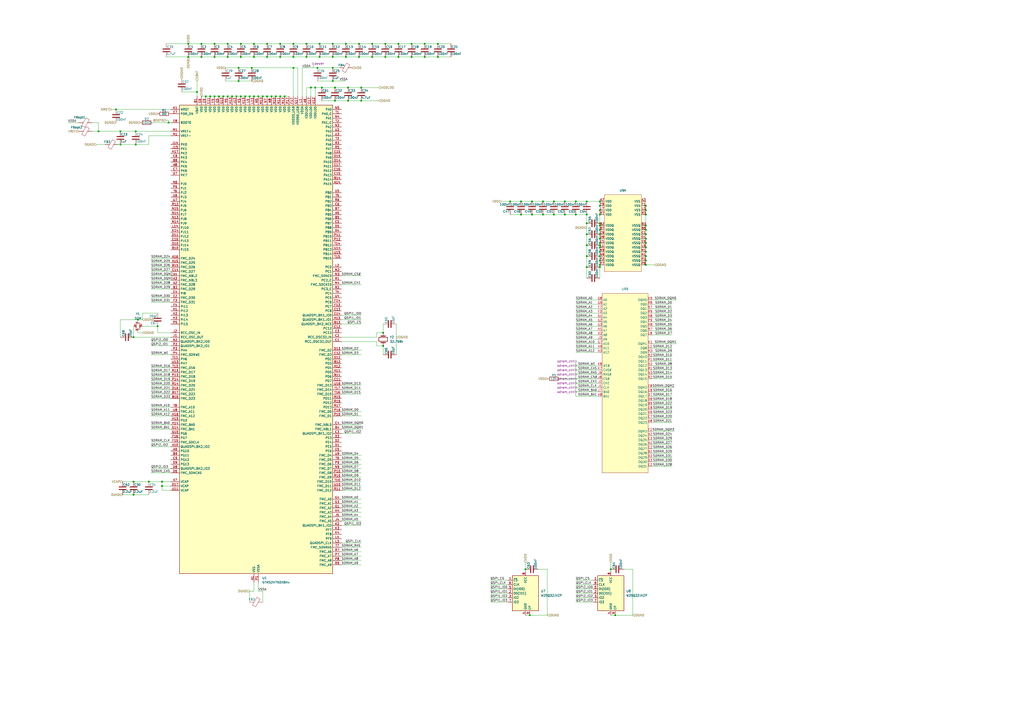
<source format=kicad_sch>
(kicad_sch (version 20231120) (generator "eeschema") (generator_version "8.0")
  (paper "A2")
  (title_block (title "MCU_core_system") (date "2024-05-05"))
  (lib_symbols
    (symbol "Device:C" (pin_numbers hide) (pin_names (offset 0.254))
      (property "Reference" "C" (at 0.635 2.54 0))
      (property "Value" "C" (at 0.635 -2.54 0))
      (symbol "C_1_1"
        (pin passive line (at 0 3.81 270) (length 2.794) (name "~") (number "1"))
        (pin passive line (at 0 -3.81 90) (length 2.794) (name "~") (number "2"))
      )
    )
    (symbol "Device:Crystal" (pin_numbers hide) (pin_names (offset 1.016) hide)
      (property "Reference" "Y" (at 0 3.81 0))
      (property "Value" "Crystal" (at 0 -3.81 0))
      (symbol "Crystal_1_1"
        (pin passive line (at -3.81 0 0) (length 1.27) (name "1") (number "1"))
        (pin passive line (at 3.81 0 180) (length 1.27) (name "2") (number "2"))
      )
    )
    (symbol "Device:Crystal_GND24_Small" (pin_names (offset 1.016) hide)
      (property "Reference" "Y" (at 1.27 4.445 0))
      (property "Value" "Crystal_GND24_Small" (at 1.27 2.54 0))
      (symbol "Crystal_GND24_Small_1_1"
        (pin passive line (at -2.54 0 0) (length 1.27) (name "1") (number "1"))
        (pin passive line (at 0 -2.54 90) (length 0.635) (name "2") (number "2"))
        (pin passive line (at 2.54 0 180) (length 1.27) (name "3") (number "3"))
        (pin passive line (at 0 2.54 270) (length 0.635) (name "4") (number "4"))
      )
    )
    (symbol "Device:FerriteBead" (pin_numbers hide) (pin_names (offset 0))
      (property "Reference" "FB" (at -3.81 0.635 90))
      (property "Value" "FerriteBead" (at 3.81 0 90))
      (symbol "FerriteBead_1_1"
        (pin passive line (at 0 3.81 270) (length 2.54) (name "~") (number "1"))
        (pin passive line (at 0 -3.81 90) (length 2.54) (name "~") (number "2"))
      )
    )
    (symbol "Device:R" (pin_numbers hide) (pin_names (offset 0))
      (property "Reference" "R" (at 2.032 0 90))
      (property "Value" "R" (at 0 0 90))
      (symbol "R_1_1"
        (pin passive line (at 0 3.81 270) (length 1.27) (name "~") (number "1"))
        (pin passive line (at 0 -3.81 90) (length 1.27) (name "~") (number "2"))
      )
    )
    (symbol "MCU_ST_STM32H7:STM32H750XBHx"
      (property "Reference" "U" (at -43.18 138.43 0))
      (property "Value" "STM32H750XBHx" (at 38.1 138.43 0))
      (symbol "STM32H750XBHx_1_1"
        (pin power_in line (at 0 -139.7 90) (length 5.08) (name "VSS") (number "A1"))
        (pin bidirectional line (at -48.26 -60.96 0) (length 5.08) (name "PG9") (number "A10") (alternate "QUADSPI_BK2_IO2" bidirectional line))
        (pin bidirectional line (at 50.8 -17.78 180) (length 5.08) (name "PD5") (number "A11"))
        (pin bidirectional line (at 50.8 -15.24 180) (length 5.08) (name "PD4") (number "A12"))
        (pin bidirectional line (at 50.8 12.7 180) (length 5.08) (name "PC10") (number "A13") (alternate "QUADSPI_BK1_IO1" bidirectional line))
        (pin bidirectional line (at 50.8 91.44 180) (length 5.08) (name "PA15") (number "A14"))
        (pin bidirectional line (at -48.26 45.72 0) (length 5.08) (name "PI1") (number "A15") (alternate "FMC_D25" bidirectional line))
        (pin bidirectional line (at -48.26 48.26 0) (length 5.08) (name "PI0") (number "A16") (alternate "FMC_D24" bidirectional line))
        (pin passive line (at 0 -139.7 90) (length 5.08) hide (name "VSS") (number "A17"))
        (pin bidirectional line (at -48.26 33.02 0) (length 5.08) (name "PI6") (number "A2") (alternate "FMC_D28" bidirectional line))
        (pin bidirectional line (at -48.26 35.56 0) (length 5.08) (name "PI5") (number "A3") (alternate "FMC_NBL3" bidirectional line))
        (pin bidirectional line (at -48.26 38.1 0) (length 5.08) (name "PI4") (number "A4") (alternate "FMC_NBL2" bidirectional line))
        (pin bidirectional line (at 50.8 73.66 180) (length 5.08) (name "PB5") (number "A5"))
        (pin power_in line (at 30.48 142.24 270) (length 5.08) (name "VDDLDO") (number "A6"))
        (pin power_out line (at -48.26 -81.28 0) (length 5.08) (name "VCAP") (number "A7"))
        (pin bidirectional line (at -48.26 101.6 0) (length 5.08) (name "PK5") (number "A8"))
        (pin bidirectional line (at -48.26 -63.5 0) (length 5.08) (name "PG10") (number "A9"))
        (pin power_in line (at -33.02 142.24 270) (length 5.08) (name "VBAT") (number "B1"))
        (pin bidirectional line (at -48.26 53.34 0) (length 5.08) (name "PJ15") (number "B10"))
        (pin bidirectional line (at 50.8 -20.32 180) (length 5.08) (name "PD6") (number "B11"))
        (pin bidirectional line (at 50.8 -12.7 180) (length 5.08) (name "PD3") (number "B12"))
        (pin bidirectional line (at 50.8 10.16 180) (length 5.08) (name "PC11") (number "B13") (alternate "QUADSPI_BK2_NCS" bidirectional line))
        (pin bidirectional line (at 50.8 93.98 180) (length 5.08) (name "PA14") (number "B14"))
        (pin bidirectional line (at -48.26 43.18 0) (length 5.08) (name "PI2") (number "B15") (alternate "FMC_D26" bidirectional line))
        (pin bidirectional line (at -48.26 -33.02 0) (length 5.08) (name "PH15") (number "B16") (alternate "FMC_D23" bidirectional line))
        (pin bidirectional line (at -48.26 -30.48 0) (length 5.08) (name "PH14") (number "B17") (alternate "FMC_D22" bidirectional line))
        (pin passive line (at 0 -139.7 90) (length 5.08) hide (name "VSS") (number "B2"))
        (pin bidirectional line (at -48.26 30.48 0) (length 5.08) (name "PI7") (number "B3") (alternate "FMC_D29" bidirectional line))
        (pin bidirectional line (at 50.8 -50.8 180) (length 5.08) (name "PE1") (number "B4") (alternate "FMC_NBL1" bidirectional line))
        (pin bidirectional line (at 50.8 71.12 180) (length 5.08) (name "PB6") (number "B5"))
        (pin passive line (at 0 -139.7 90) (length 5.08) hide (name "VSS") (number "B6"))
        (pin bidirectional line (at 50.8 76.2 180) (length 5.08) (name "PB4") (number "B7"))
        (pin bidirectional line (at -48.26 104.14 0) (length 5.08) (name "PK4") (number "B8"))
        (pin bidirectional line (at -48.26 -66.04 0) (length 5.08) (name "PG11") (number "B9"))
        (pin bidirectional line (at 50.8 0 180) (length 5.08) (name "PC15") (number "C1") (alternate "RCC_OSC32_OUT" bidirectional line))
        (pin passive line (at 0 -139.7 90) (length 5.08) hide (name "VSS") (number "C10"))
        (pin bidirectional line (at 50.8 -22.86 180) (length 5.08) (name "PD7") (number "C11"))
        (pin bidirectional line (at 50.8 7.62 180) (length 5.08) (name "PC12") (number "C12"))
        (pin passive line (at 0 -139.7 90) (length 5.08) hide (name "VSS") (number "C13"))
        (pin bidirectional line (at -48.26 40.64 0) (length 5.08) (name "PI3") (number "C14") (alternate "FMC_D27" bidirectional line))
        (pin bidirectional line (at 50.8 96.52 180) (length 5.08) (name "PA13") (number "C15"))
        (pin passive line (at 0 -139.7 90) (length 5.08) hide (name "VSS") (number "C16"))
        (pin power_in line (at 33.02 142.24 270) (length 5.08) (name "VDDLDO") (number "C17"))
        (pin bidirectional line (at 50.8 2.54 180) (length 5.08) (name "PC14") (number "C2") (alternate "RCC_OSC32_IN" bidirectional line))
        (pin bidirectional line (at 50.8 -53.34 180) (length 5.08) (name "PE2") (number "C3") (alternate "QUADSPI_BK1_IO2" bidirectional line))
        (pin bidirectional line (at 50.8 -48.26 180) (length 5.08) (name "PE0") (number "C4") (alternate "FMC_NBL0" bidirectional line))
        (pin bidirectional line (at 50.8 68.58 180) (length 5.08) (name "PB7") (number "C5"))
        (pin bidirectional line (at 50.8 78.74 180) (length 5.08) (name "PB3") (number "C6"))
        (pin bidirectional line (at -48.26 99.06 0) (length 5.08) (name "PK6") (number "C7"))
        (pin bidirectional line (at -48.26 106.68 0) (length 5.08) (name "PK3") (number "C8"))
        (pin bidirectional line (at -48.26 -68.58 0) (length 5.08) (name "PG12") (number "C9"))
        (pin bidirectional line (at 50.8 -60.96 180) (length 5.08) (name "PE5") (number "D1"))
        (pin bidirectional line (at -48.26 55.88 0) (length 5.08) (name "PJ14") (number "D10"))
        (pin bidirectional line (at -48.26 60.96 0) (length 5.08) (name "PJ12") (number "D11"))
        (pin bidirectional line (at 50.8 -10.16 180) (length 5.08) (name "PD2") (number "D12"))
        (pin bidirectional line (at 50.8 -5.08 180) (length 5.08) (name "PD0") (number "D13") (alternate "FMC_D2" bidirectional line))
        (pin bidirectional line (at 50.8 104.14 180) (length 5.08) (name "PA10") (number "D14"))
        (pin bidirectional line (at 50.8 106.68 180) (length 5.08) (name "PA9") (number "D15"))
        (pin bidirectional line (at -48.26 -27.94 0) (length 5.08) (name "PH13") (number "D16") (alternate "FMC_D21" bidirectional line))
        (pin power_out line (at -48.26 -83.82 0) (length 5.08) (name "VCAP") (number "D17"))
        (pin bidirectional line (at 50.8 -58.42 180) (length 5.08) (name "PE4") (number "D2"))
        (pin bidirectional line (at 50.8 -55.88 180) (length 5.08) (name "PE3") (number "D3"))
        (pin bidirectional line (at 50.8 63.5 180) (length 5.08) (name "PB9") (number "D4"))
        (pin bidirectional line (at 50.8 66.04 180) (length 5.08) (name "PB8") (number "D5"))
        (pin bidirectional line (at -48.26 -76.2 0) (length 5.08) (name "PG15") (number "D6") (alternate "FMC_SDNCAS" bidirectional line))
        (pin bidirectional line (at -48.26 96.52 0) (length 5.08) (name "PK7") (number "D7"))
        (pin bidirectional line (at -48.26 -73.66 0) (length 5.08) (name "PG14") (number "D8") (alternate "QUADSPI_BK2_IO3" bidirectional line))
        (pin bidirectional line (at -48.26 -71.12 0) (length 5.08) (name "PG13") (number "D9"))
        (pin no_connect line (at -43.18 -134.62 0) (length 5.08) hide (name "NC") (number "E1"))
        (pin bidirectional line (at -48.26 58.42 0) (length 5.08) (name "PJ13") (number "E10"))
        (pin power_in line (at -25.4 142.24 270) (length 5.08) (name "VDD") (number "E11"))
        (pin bidirectional line (at 50.8 -7.62 180) (length 5.08) (name "PD1") (number "E12") (alternate "FMC_D3" bidirectional line))
        (pin bidirectional line (at 50.8 17.78 180) (length 5.08) (name "PC8") (number "E13"))
        (pin bidirectional line (at 50.8 15.24 180) (length 5.08) (name "PC9") (number "E14") (alternate "QUADSPI_BK1_IO0" bidirectional line))
        (pin bidirectional line (at 50.8 109.22 180) (length 5.08) (name "PA8") (number "E15"))
        (pin bidirectional line (at 50.8 99.06 180) (length 5.08) (name "PA12") (number "E16"))
        (pin bidirectional line (at 50.8 101.6 180) (length 5.08) (name "PA11") (number "E17") (alternate "" input line))
        (pin bidirectional line (at -48.26 25.4 0) (length 5.08) (name "PI9") (number "E2") (alternate "FMC_D30" bidirectional line))
        (pin bidirectional line (at 50.8 5.08 180) (length 5.08) (name "PC13") (number "E3"))
        (pin bidirectional line (at -48.26 27.94 0) (length 5.08) (name "PI8") (number "E4"))
        (pin bidirectional line (at 50.8 -63.5 180) (length 5.08) (name "PE6") (number "E5"))
        (pin power_in line (at -30.48 142.24 270) (length 5.08) (name "VDD") (number "E6"))
        (pin input line (at -48.26 132.08 0) (length 5.08) (name "PDR_ON") (number "E7"))
        (pin input line (at -48.26 127 0) (length 5.08) (name "BOOT0") (number "E8"))
        (pin power_in line (at -27.94 142.24 270) (length 5.08) (name "VDD") (number "E9"))
        (pin passive line (at 0 -139.7 90) (length 5.08) hide (name "VSS") (number "F1"))
        (pin bidirectional line (at 50.8 20.32 180) (length 5.08) (name "PC7") (number "F13"))
        (pin bidirectional line (at 50.8 22.86 180) (length 5.08) (name "PC6") (number "F14"))
        (pin bidirectional line (at -48.26 -58.42 0) (length 5.08) (name "PG8") (number "F15") (alternate "FMC_SDCLK" bidirectional line))
        (pin bidirectional line (at -48.26 -55.88 0) (length 5.08) (name "PG7") (number "F16"))
        (pin power_in line (at 22.86 142.24 270) (length 5.08) (name "VDD33_USB") (number "F17"))
        (pin passive line (at 0 -139.7 90) (length 5.08) hide (name "VSS") (number "F2"))
        (pin bidirectional line (at -48.26 22.86 0) (length 5.08) (name "PI10") (number "F3") (alternate "FMC_D31" bidirectional line))
        (pin bidirectional line (at -48.26 20.32 0) (length 5.08) (name "PI11") (number "F4"))
        (pin power_in line (at -22.86 142.24 270) (length 5.08) (name "VDD") (number "F5"))
        (pin bidirectional line (at 50.8 -96.52 180) (length 5.08) (name "PF2") (number "G1") (alternate "FMC_A2" bidirectional line))
        (pin passive line (at 0 -139.7 90) (length 5.08) hide (name "VSS") (number "G10"))
        (pin passive line (at 0 -139.7 90) (length 5.08) hide (name "VSS") (number "G11"))
        (pin power_in line (at -17.78 142.24 270) (length 5.08) (name "VDD") (number "G13"))
        (pin bidirectional line (at -48.26 -50.8 0) (length 5.08) (name "PG5") (number "G14") (alternate "FMC_BA1" bidirectional line))
        (pin bidirectional line (at -48.26 -53.34 0) (length 5.08) (name "PG6") (number "G15"))
        (pin passive line (at 0 -139.7 90) (length 5.08) hide (name "VSS") (number "G16"))
        (pin power_in line (at 25.4 142.24 270) (length 5.08) (name "VDD50_USB") (number "G17"))
        (pin passive line (at 0 -139.7 90) (length 5.08) hide (name "VSS") (number "G2"))
        (pin bidirectional line (at 50.8 -93.98 180) (length 5.08) (name "PF1") (number "G3") (alternate "FMC_A1" bidirectional line))
        (pin bidirectional line (at 50.8 -91.44 180) (length 5.08) (name "PF0") (number "G4") (alternate "FMC_A0" bidirectional line))
        (pin power_in line (at -20.32 142.24 270) (length 5.08) (name "VDD") (number "G5"))
        (pin passive line (at 0 -139.7 90) (length 5.08) hide (name "VSS") (number "G7"))
        (pin passive line (at 0 -139.7 90) (length 5.08) hide (name "VSS") (number "G8"))
        (pin passive line (at 0 -139.7 90) (length 5.08) hide (name "VSS") (number "G9"))
        (pin bidirectional line (at -48.26 17.78 0) (length 5.08) (name "PI12") (number "H1"))
        (pin passive line (at 0 -139.7 90) (length 5.08) hide (name "VSS") (number "H10"))
        (pin passive line (at 0 -139.7 90) (length 5.08) hide (name "VSS") (number "H11"))
        (pin power_in line (at -12.7 142.24 270) (length 5.08) (name "VDD") (number "H13"))
        (pin bidirectional line (at -48.26 -48.26 0) (length 5.08) (name "PG4") (number "H14") (alternate "FMC_BA0" bidirectional line))
        (pin bidirectional line (at -48.26 -45.72 0) (length 5.08) (name "PG3") (number "H15"))
        (pin bidirectional line (at -48.26 -43.18 0) (length 5.08) (name "PG2") (number "H16") (alternate "FMC_A12" bidirectional line))
        (pin bidirectional line (at -48.26 109.22 0) (length 5.08) (name "PK2") (number "H17"))
        (pin bidirectional line (at -48.26 15.24 0) (length 5.08) (name "PI13") (number "H2"))
        (pin bidirectional line (at -48.26 12.7 0) (length 5.08) (name "PI14") (number "H3"))
        (pin bidirectional line (at 50.8 -99.06 180) (length 5.08) (name "PF3") (number "H4") (alternate "FMC_A3" bidirectional line))
        (pin power_in line (at -15.24 142.24 270) (length 5.08) (name "VDD") (number "H5"))
        (pin passive line (at 0 -139.7 90) (length 5.08) hide (name "VSS") (number "H7"))
        (pin passive line (at 0 -139.7 90) (length 5.08) hide (name "VSS") (number "H8"))
        (pin passive line (at 0 -139.7 90) (length 5.08) hide (name "VSS") (number "H9"))
        (pin bidirectional line (at -48.26 2.54 0) (length 5.08) (name "PH1") (number "J1") (alternate "RCC_OSC_OUT" bidirectional line))
        (pin passive line (at 0 -139.7 90) (length 5.08) hide (name "VSS") (number "J10"))
        (pin passive line (at 0 -139.7 90) (length 5.08) hide (name "VSS") (number "J11"))
        (pin power_in line (at -10.16 142.24 270) (length 5.08) (name "VDD") (number "J13"))
        (pin bidirectional line (at -48.26 114.3 0) (length 5.08) (name "PK0") (number "J14"))
        (pin bidirectional line (at -48.26 111.76 0) (length 5.08) (name "PK1") (number "J15"))
        (pin passive line (at 0 -139.7 90) (length 5.08) hide (name "VSS") (number "J16"))
        (pin passive line (at 0 -139.7 90) (length 5.08) hide (name "VSS") (number "J17"))
        (pin bidirectional line (at -48.26 5.08 0) (length 5.08) (name "PH0") (number "J2") (alternate "RCC_OSC_IN" bidirectional line))
        (pin passive line (at 0 -139.7 90) (length 5.08) hide (name "VSS") (number "J3"))
        (pin bidirectional line (at 50.8 -104.14 180) (length 5.08) (name "PF5") (number "J4") (alternate "FMC_A5" bidirectional line))
        (pin bidirectional line (at 50.8 -101.6 180) (length 5.08) (name "PF4") (number "J5") (alternate "FMC_A4" bidirectional line))
        (pin passive line (at 0 -139.7 90) (length 5.08) hide (name "VSS") (number "J7"))
        (pin passive line (at 0 -139.7 90) (length 5.08) hide (name "VSS") (number "J8"))
        (pin passive line (at 0 -139.7 90) (length 5.08) hide (name "VSS") (number "J9"))
        (pin input line (at -48.26 134.62 0) (length 5.08) (name "NRST") (number "K1"))
        (pin passive line (at 0 -139.7 90) (length 5.08) hide (name "VSS") (number "K10"))
        (pin passive line (at 0 -139.7 90) (length 5.08) hide (name "VSS") (number "K11"))
        (pin power_in line (at -5.08 142.24 270) (length 5.08) (name "VDD") (number "K13"))
        (pin bidirectional line (at -48.26 63.5 0) (length 5.08) (name "PJ11") (number "K14"))
        (pin passive line (at 0 -139.7 90) (length 5.08) hide (name "VSS") (number "K15"))
        (pin no_connect line (at -43.18 -132.08 0) (length 5.08) hide (name "NC") (number "K16"))
        (pin no_connect line (at -43.18 -129.54 0) (length 5.08) hide (name "NC") (number "K17"))
        (pin bidirectional line (at 50.8 -106.68 180) (length 5.08) (name "PF6") (number "K2") (alternate "QUADSPI_BK1_IO3" bidirectional line))
        (pin bidirectional line (at 50.8 -109.22 180) (length 5.08) (name "PF7") (number "K3") (alternate "QUADSPI_BK1_IO2" bidirectional line))
        (pin bidirectional line (at 50.8 -111.76 180) (length 5.08) (name "PF8") (number "K4") (alternate "QUADSPI_BK1_IO0" bidirectional line))
        (pin power_in line (at -7.62 142.24 270) (length 5.08) (name "VDD") (number "K5"))
        (pin passive line (at 0 -139.7 90) (length 5.08) hide (name "VSS") (number "K7"))
        (pin passive line (at 0 -139.7 90) (length 5.08) hide (name "VSS") (number "K8"))
        (pin passive line (at 0 -139.7 90) (length 5.08) hide (name "VSS") (number "K9"))
        (pin power_in line (at 27.94 142.24 270) (length 5.08) (name "VDDA") (number "L1"))
        (pin passive line (at 0 -139.7 90) (length 5.08) hide (name "VSS") (number "L10"))
        (pin passive line (at 0 -139.7 90) (length 5.08) hide (name "VSS") (number "L11"))
        (pin power_in line (at 0 142.24 270) (length 5.08) (name "VDD") (number "L13"))
        (pin bidirectional line (at -48.26 66.04 0) (length 5.08) (name "PJ10") (number "L14"))
        (pin passive line (at 0 -139.7 90) (length 5.08) hide (name "VSS") (number "L15"))
        (pin no_connect line (at -43.18 -127 0) (length 5.08) hide (name "NC") (number "L16"))
        (pin no_connect line (at -43.18 -124.46 0) (length 5.08) hide (name "NC") (number "L17"))
        (pin bidirectional line (at 50.8 43.18 180) (length 5.08) (name "PC0") (number "L2") (alternate "FMC_SDNWE" bidirectional line))
        (pin bidirectional line (at 50.8 -116.84 180) (length 5.08) (name "PF10") (number "L3") (alternate "QUADSPI_CLK" bidirectional line))
        (pin bidirectional line (at 50.8 -114.3 180) (length 5.08) (name "PF9") (number "L4") (alternate "QUADSPI_BK1_IO1" bidirectional line))
        (pin power_in line (at -2.54 142.24 270) (length 5.08) (name "VDD") (number "L5"))
        (pin passive line (at 0 -139.7 90) (length 5.08) hide (name "VSS") (number "L7"))
        (pin passive line (at 0 -139.7 90) (length 5.08) hide (name "VSS") (number "L8"))
        (pin passive line (at 0 -139.7 90) (length 5.08) hide (name "VSS") (number "L9"))
        (pin input line (at -48.26 121.92 0) (length 5.08) (name "VREF+") (number "M1"))
        (pin power_in line (at 5.08 142.24 270) (length 5.08) (name "VDD") (number "M13"))
        (pin bidirectional line (at -48.26 68.58 0) (length 5.08) (name "PJ9") (number "M14"))
        (pin passive line (at 0 -139.7 90) (length 5.08) hide (name "VSS") (number "M15"))
        (pin no_connect line (at -43.18 -121.92 0) (length 5.08) hide (name "NC") (number "M16"))
        (pin no_connect line (at -43.18 -119.38 0) (length 5.08) hide (name "NC") (number "M17"))
        (pin bidirectional line (at 50.8 40.64 180) (length 5.08) (name "PC1") (number "M2"))
        (pin bidirectional line (at 50.8 38.1 180) (length 5.08) (name "PC2") (number "M3") (alternate "FMC_SDNE0" bidirectional line))
        (pin bidirectional line (at 50.8 33.02 180) (length 5.08) (name "PC3") (number "M4") (alternate "FMC_SDCKE0" bidirectional line))
        (pin power_in line (at 2.54 142.24 270) (length 5.08) (name "VDD") (number "M5"))
        (pin input line (at -48.26 119.38 0) (length 5.08) (name "VREF-") (number "N1"))
        (pin power_in line (at 12.7 142.24 270) (length 5.08) (name "VDD") (number "N10"))
        (pin power_in line (at 15.24 142.24 270) (length 5.08) (name "VDD") (number "N11"))
        (pin power_in line (at 17.78 142.24 270) (length 5.08) (name "VDD") (number "N12"))
        (pin bidirectional line (at -48.26 71.12 0) (length 5.08) (name "PJ8") (number "N13"))
        (pin bidirectional line (at -48.26 73.66 0) (length 5.08) (name "PJ7") (number "N14"))
        (pin bidirectional line (at -48.26 76.2 0) (length 5.08) (name "PJ6") (number "N15"))
        (pin passive line (at 0 -139.7 90) (length 5.08) hide (name "VSS") (number "N16"))
        (pin no_connect line (at -43.18 -116.84 0) (length 5.08) hide (name "NC") (number "N17"))
        (pin bidirectional line (at -48.26 0 0) (length 5.08) (name "PH2") (number "N2") (alternate "FMC_SDCKE0" bidirectional line) (alternate "QUADSPI_BK2_IO0" bidirectional line))
        (pin bidirectional line (at 50.8 124.46 180) (length 5.08) (name "PA2") (number "N3"))
        (pin bidirectional line (at 50.8 129.54 180) (length 5.08) (name "PA1") (number "N4") (alternate "QUADSPI_BK1_IO3" bidirectional line))
        (pin bidirectional line (at 50.8 134.62 180) (length 5.08) (name "PA0") (number "N5"))
        (pin bidirectional line (at -48.26 91.44 0) (length 5.08) (name "PJ0") (number "N6"))
        (pin power_in line (at 7.62 142.24 270) (length 5.08) (name "VDD") (number "N7"))
        (pin power_in line (at 10.16 142.24 270) (length 5.08) (name "VDD") (number "N8"))
        (pin bidirectional line (at 50.8 -73.66 180) (length 5.08) (name "PE10") (number "N9") (alternate "FMC_D7" bidirectional line) (alternate "QUADSPI_BK2_IO3" bidirectional line))
        (pin power_in line (at 2.54 -139.7 90) (length 5.08) (name "VSSA") (number "P1"))
        (pin bidirectional line (at 50.8 -76.2 180) (length 5.08) (name "PE11") (number "P10") (alternate "FMC_D8" bidirectional line))
        (pin bidirectional line (at 50.8 60.96 180) (length 5.08) (name "PB10") (number "P11"))
        (pin bidirectional line (at 50.8 58.42 180) (length 5.08) (name "PB11") (number "P12"))
        (pin bidirectional line (at -48.26 -20.32 0) (length 5.08) (name "PH10") (number "P13") (alternate "FMC_D18" bidirectional line))
        (pin bidirectional line (at -48.26 -22.86 0) (length 5.08) (name "PH11") (number "P14") (alternate "FMC_D19" bidirectional line))
        (pin bidirectional line (at 50.8 -43.18 180) (length 5.08) (name "PD15") (number "P15") (alternate "FMC_D1" bidirectional line))
        (pin bidirectional line (at 50.8 -40.64 180) (length 5.08) (name "PD14") (number "P16") (alternate "FMC_D0" bidirectional line))
        (pin power_in line (at 20.32 142.24 270) (length 5.08) (name "VDD") (number "P17"))
        (pin bidirectional line (at -48.26 -2.54 0) (length 5.08) (name "PH3") (number "P2") (alternate "FMC_SDNE0" bidirectional line) (alternate "QUADSPI_BK2_IO1" bidirectional line))
        (pin bidirectional line (at -48.26 -5.08 0) (length 5.08) (name "PH4") (number "P3"))
        (pin bidirectional line (at -48.26 -7.62 0) (length 5.08) (name "PH5") (number "P4") (alternate "FMC_SDNWE" bidirectional line))
        (pin bidirectional line (at -48.26 10.16 0) (length 5.08) (name "PI15") (number "P5"))
        (pin bidirectional line (at -48.26 88.9 0) (length 5.08) (name "PJ1") (number "P6"))
        (pin bidirectional line (at 50.8 -124.46 180) (length 5.08) (name "PF13") (number "P7") (alternate "FMC_A7" bidirectional line))
        (pin bidirectional line (at 50.8 -127 180) (length 5.08) (name "PF14") (number "P8") (alternate "FMC_A8" bidirectional line))
        (pin bidirectional line (at 50.8 -71.12 180) (length 5.08) (name "PE9") (number "P9") (alternate "FMC_D6" bidirectional line) (alternate "QUADSPI_BK2_IO2" bidirectional line))
        (pin bidirectional line (at 50.8 35.56 180) (length 5.08) (name "PC2_C") (number "R1") (alternate "FMC_SDNE0" bidirectional line))
        (pin bidirectional line (at 50.8 -78.74 180) (length 5.08) (name "PE12") (number "R10") (alternate "FMC_D9" bidirectional line))
        (pin bidirectional line (at 50.8 -86.36 180) (length 5.08) (name "PE15") (number "R11") (alternate "FMC_D12" bidirectional line))
        (pin bidirectional line (at -48.26 78.74 0) (length 5.08) (name "PJ5") (number "R12"))
        (pin bidirectional line (at -48.26 -17.78 0) (length 5.08) (name "PH9") (number "R13") (alternate "FMC_D17" bidirectional line))
        (pin bidirectional line (at -48.26 -25.4 0) (length 5.08) (name "PH12") (number "R14") (alternate "FMC_D20" bidirectional line))
        (pin bidirectional line (at 50.8 -33.02 180) (length 5.08) (name "PD11") (number "R15") (alternate "QUADSPI_BK1_IO0" bidirectional line))
        (pin bidirectional line (at 50.8 -35.56 180) (length 5.08) (name "PD12") (number "R16") (alternate "QUADSPI_BK1_IO1" bidirectional line))
        (pin bidirectional line (at 50.8 -38.1 180) (length 5.08) (name "PD13") (number "R17") (alternate "QUADSPI_BK1_IO3" bidirectional line))
        (pin bidirectional line (at 50.8 30.48 180) (length 5.08) (name "PC3_C") (number "R2") (alternate "FMC_SDCKE0" bidirectional line))
        (pin bidirectional line (at 50.8 114.3 180) (length 5.08) (name "PA6") (number "R3"))
        (pin passive line (at 0 -139.7 90) (length 5.08) hide (name "VSS") (number "R4"))
        (pin bidirectional line (at 50.8 111.76 180) (length 5.08) (name "PA7") (number "R5") (alternate "FMC_SDNWE" bidirectional line))
        (pin bidirectional line (at 50.8 81.28 180) (length 5.08) (name "PB2") (number "R6") (alternate "QUADSPI_CLK" bidirectional line))
        (pin bidirectional line (at 50.8 -121.92 180) (length 5.08) (name "PF12") (number "R7") (alternate "FMC_A6" bidirectional line))
        (pin passive line (at 0 -139.7 90) (length 5.08) hide (name "VSS") (number "R8"))
        (pin bidirectional line (at 50.8 -129.54 180) (length 5.08) (name "PF15") (number "R9") (alternate "FMC_A9" bidirectional line))
        (pin bidirectional line (at 50.8 132.08 180) (length 5.08) (name "PA0_C") (number "T1"))
        (pin bidirectional line (at 50.8 -81.28 180) (length 5.08) (name "PE13") (number "T10") (alternate "FMC_D10" bidirectional line))
        (pin bidirectional line (at -48.26 -10.16 0) (length 5.08) (name "PH6") (number "T11"))
        (pin passive line (at 0 -139.7 90) (length 5.08) hide (name "VSS") (number "T12"))
        (pin bidirectional line (at -48.26 -15.24 0) (length 5.08) (name "PH8") (number "T13") (alternate "FMC_D16" bidirectional line))
        (pin bidirectional line (at 50.8 55.88 180) (length 5.08) (name "PB12") (number "T14"))
        (pin bidirectional line (at 50.8 48.26 180) (length 5.08) (name "PB15") (number "T15"))
        (pin bidirectional line (at 50.8 -30.48 180) (length 5.08) (name "PD10") (number "T16") (alternate "FMC_D15" bidirectional line))
        (pin bidirectional line (at 50.8 -27.94 180) (length 5.08) (name "PD9") (number "T17") (alternate "FMC_D14" bidirectional line))
        (pin bidirectional line (at 50.8 127 180) (length 5.08) (name "PA1_C") (number "T2") (alternate "QUADSPI_BK1_IO3" bidirectional line))
        (pin bidirectional line (at 50.8 116.84 180) (length 5.08) (name "PA5") (number "T3"))
        (pin bidirectional line (at 50.8 27.94 180) (length 5.08) (name "PC4") (number "T4") (alternate "FMC_SDNE0" bidirectional line))
        (pin bidirectional line (at 50.8 83.82 180) (length 5.08) (name "PB1") (number "T5"))
        (pin bidirectional line (at -48.26 86.36 0) (length 5.08) (name "PJ2") (number "T6"))
        (pin bidirectional line (at 50.8 -119.38 180) (length 5.08) (name "PF11") (number "T7") (alternate "FMC_SDNRAS" bidirectional line))
        (pin bidirectional line (at -48.26 -38.1 0) (length 5.08) (name "PG0") (number "T8") (alternate "FMC_A10" bidirectional line))
        (pin bidirectional line (at 50.8 -68.58 180) (length 5.08) (name "PE8") (number "T9") (alternate "FMC_D5" bidirectional line) (alternate "QUADSPI_BK2_IO1" bidirectional line))
        (pin passive line (at 0 -139.7 90) (length 5.08) hide (name "VSS") (number "U1"))
        (pin bidirectional line (at 50.8 -83.82 180) (length 5.08) (name "PE14") (number "U10") (alternate "FMC_D11" bidirectional line))
        (pin power_out line (at -48.26 -86.36 0) (length 5.08) (name "VCAP") (number "U11"))
        (pin power_in line (at 35.56 142.24 270) (length 5.08) (name "VDDLDO") (number "U12"))
        (pin bidirectional line (at -48.26 -12.7 0) (length 5.08) (name "PH7") (number "U13"))
        (pin bidirectional line (at 50.8 53.34 180) (length 5.08) (name "PB13") (number "U14"))
        (pin bidirectional line (at 50.8 50.8 180) (length 5.08) (name "PB14") (number "U15"))
        (pin bidirectional line (at 50.8 -25.4 180) (length 5.08) (name "PD8") (number "U16") (alternate "FMC_D13" bidirectional line))
        (pin passive line (at 0 -139.7 90) (length 5.08) hide (name "VSS") (number "U17"))
        (pin bidirectional line (at 50.8 121.92 180) (length 5.08) (name "PA3") (number "U2"))
        (pin bidirectional line (at 50.8 119.38 180) (length 5.08) (name "PA4") (number "U3"))
        (pin bidirectional line (at 50.8 25.4 180) (length 5.08) (name "PC5") (number "U4") (alternate "FMC_SDCKE0" bidirectional line))
        (pin bidirectional line (at 50.8 86.36 180) (length 5.08) (name "PB0") (number "U5"))
        (pin bidirectional line (at -48.26 83.82 0) (length 5.08) (name "PJ3") (number "U6"))
        (pin bidirectional line (at -48.26 81.28 0) (length 5.08) (name "PJ4") (number "U7"))
        (pin bidirectional line (at -48.26 -40.64 0) (length 5.08) (name "PG1") (number "U8") (alternate "FMC_A11" bidirectional line))
        (pin bidirectional line (at 50.8 -66.04 180) (length 5.08) (name "PE7") (number "U9") (alternate "FMC_D4" bidirectional line) (alternate "QUADSPI_BK2_IO0" bidirectional line))
      )
    )
    (symbol "Memory_Flash:W25Q32JVZP"
      (property "Reference" "U" (at -6.35 11.43 0))
      (property "Value" "W25Q32JVZP" (at 7.62 11.43 0))
      (symbol "W25Q32JVZP_1_1"
        (pin input line (at -10.16 7.62 0) (length 2.54) (name "~{CS}") (number "1"))
        (pin bidirectional line (at -10.16 0 0) (length 2.54) (name "DO(IO1)") (number "2"))
        (pin bidirectional line (at -10.16 -2.54 0) (length 2.54) (name "IO2") (number "3"))
        (pin power_in line (at 0 -12.7 90) (length 2.54) (name "GND") (number "4"))
        (pin bidirectional line (at -10.16 2.54 0) (length 2.54) (name "DI(IO0)") (number "5"))
        (pin input line (at -10.16 5.08 0) (length 2.54) (name "CLK") (number "6"))
        (pin bidirectional line (at -10.16 -5.08 0) (length 2.54) (name "IO3") (number "7"))
        (pin power_in line (at 0 12.7 270) (length 2.54) (name "VCC") (number "8"))
        (pin passive line (at 2.54 -12.7 90) (length 2.54) (name "EP") (number "9"))
      )
    )
    (symbol "my:IS42S32160D"
      (property "Reference" "U" (at -12.7 40.386 0))
      (symbol "IS42S32160D_1_0"
        (pin power_in line (at 12.7 17.78 180) (length 2.54) (name "VSS") (number "A3"))
        (pin power_in line (at -13.97 17.78 0) (length 2.54) (name "VDD") (number "A7"))
        (pin power_in line (at -13.97 3.81 0) (length 2.54) (name "VDDQ") (number "B2"))
        (pin power_in line (at 12.7 3.81 180) (length 2.54) (name "VSSQ") (number "B3"))
        (pin power_in line (at -13.97 1.27 0) (length 2.54) (name "VDDQ") (number "B7"))
        (pin power_in line (at 12.7 1.27 180) (length 2.54) (name "VSSQ") (number "B8"))
        (pin power_in line (at 12.7 -1.27 180) (length 2.54) (name "VSSQ") (number "C1"))
        (pin power_in line (at -13.97 -1.27 0) (length 2.54) (name "VDDQ") (number "C9"))
        (pin power_in line (at 12.7 -3.81 180) (length 2.54) (name "VSSQ") (number "D1"))
        (pin power_in line (at -13.97 -3.81 0) (length 2.54) (name "VDDQ") (number "D9"))
        (pin power_in line (at -13.97 -6.35 0) (length 2.54) (name "VDDQ") (number "E1"))
        (pin no_connect line (at -5.08 -25.4 90) (length 2.54) hide (name "NC") (number "E3"))
        (pin no_connect line (at -2.54 -25.4 90) (length 2.54) hide (name "NC") (number "E7"))
        (pin power_in line (at 12.7 -6.35 180) (length 2.54) (name "VSSQ") (number "E9"))
        (pin power_in line (at 12.7 15.24 180) (length 2.54) (name "VSS") (number "F1"))
        (pin power_in line (at -13.97 15.24 0) (length 2.54) (name "VDD") (number "F9"))
        (pin no_connect line (at 5.08 -25.4 90) (length 2.54) hide (name "NC") (number "H7"))
        (pin no_connect line (at 2.54 -25.4 90) (length 2.54) hide (name "NC") (number "K2"))
        (pin no_connect line (at 0 -25.4 90) (length 2.54) hide (name "NC") (number "K3"))
        (pin power_in line (at -13.97 -8.89 0) (length 2.54) (name "VDDQ") (number "L1"))
        (pin power_in line (at 12.7 12.7 180) (length 2.54) (name "VSS") (number "L3"))
        (pin power_in line (at -13.97 12.7 0) (length 2.54) (name "VDD") (number "L7"))
        (pin power_in line (at 12.7 -8.89 180) (length 2.54) (name "VSSQ") (number "L9"))
        (pin power_in line (at 12.7 -11.43 180) (length 2.54) (name "VSSQ") (number "M1"))
        (pin power_in line (at -13.97 -11.43 0) (length 2.54) (name "VDDQ") (number "M9"))
        (pin power_in line (at 12.7 -13.97 180) (length 2.54) (name "VSSQ") (number "N1"))
        (pin power_in line (at -13.97 -13.97 0) (length 2.54) (name "VDDQ") (number "N9"))
        (pin power_in line (at -13.97 -16.51 0) (length 2.54) (name "VDDQ") (number "P2"))
        (pin power_in line (at 12.7 -16.51 180) (length 2.54) (name "VSSQ") (number "P3"))
        (pin power_in line (at -13.97 -19.05 0) (length 2.54) (name "VDDQ") (number "P7"))
        (pin power_in line (at 12.7 -19.05 180) (length 2.54) (name "VSSQ") (number "P8"))
        (pin power_in line (at 12.7 10.16 180) (length 2.54) (name "VSS") (number "R3"))
        (pin power_in line (at -13.97 10.16 0) (length 2.54) (name "VDD") (number "R7"))
      )
      (symbol "IS42S32160D_2_0"
        (pin input line (at 15.24 -48.26 180) (length 2.54) (name "DQ26") (number "A1"))
        (pin input line (at 15.24 -43.18 180) (length 2.54) (name "DQ24") (number "A2"))
        (pin input line (at 15.24 -35.56 180) (length 2.54) (name "DQ23") (number "A8"))
        (pin input line (at 15.24 -30.48 180) (length 2.54) (name "DQ21") (number "A9"))
        (pin input line (at 15.24 -53.34 180) (length 2.54) (name "DQ28") (number "B1"))
        (pin input line (at 15.24 -25.4 180) (length 2.54) (name "DQ19") (number "B9"))
        (pin input line (at 15.24 -50.8 180) (length 2.54) (name "DQ27") (number "C2"))
        (pin input line (at 15.24 -45.72 180) (length 2.54) (name "DQ25") (number "C3"))
        (pin input line (at 15.24 -33.02 180) (length 2.54) (name "DQ22") (number "C7"))
        (pin input line (at 15.24 -27.94 180) (length 2.54) (name "DQ20") (number "C8"))
        (pin input line (at 15.24 -55.88 180) (length 2.54) (name "DQ29") (number "D2"))
        (pin input line (at 15.24 -58.42 180) (length 2.54) (name "DQ30") (number "D3"))
        (pin input line (at 15.24 -20.32 180) (length 2.54) (name "DQ17") (number "D7"))
        (pin input line (at 15.24 -22.86 180) (length 2.54) (name "DQ18") (number "D8"))
        (pin input line (at 15.24 -60.96 180) (length 2.54) (name "DQ31") (number "E2"))
        (pin input line (at 15.24 -17.78 180) (length 2.54) (name "DQ16") (number "E8"))
        (pin input line (at 15.24 -40.64 180) (length 2.54) (name "DQM3") (number "F2"))
        (pin input line (at -16.51 27.94 0) (length 2.54) (name "A3") (number "F3"))
        (pin input line (at -16.51 30.48 0) (length 2.54) (name "A2") (number "F7"))
        (pin input line (at 15.24 -15.24 180) (length 2.54) (name "DQM2") (number "F8"))
        (pin input line (at -16.51 25.4 0) (length 2.54) (name "A4") (number "G1"))
        (pin input line (at -16.51 22.86 0) (length 2.54) (name "A5") (number "G2"))
        (pin input line (at -16.51 20.32 0) (length 2.54) (name "A6") (number "G3"))
        (pin input line (at -16.51 10.16 0) (length 2.54) (name "A10") (number "G7"))
        (pin input line (at -16.51 35.56 0) (length 2.54) (name "A0") (number "G8"))
        (pin input line (at -16.51 33.02 0) (length 2.54) (name "A1") (number "G9"))
        (pin input line (at -16.51 17.78 0) (length 2.54) (name "A7") (number "H1"))
        (pin input line (at -16.51 15.24 0) (length 2.54) (name "A8") (number "H2"))
        (pin input line (at -16.51 5.08 0) (length 2.54) (name "A12") (number "H3"))
        (pin input line (at -16.51 -20.32 0) (length 2.54) (name "BA1") (number "H8"))
        (pin input line (at -16.51 7.62 0) (length 2.54) (name "A11") (number "H9"))
        (pin input line (at -16.51 -15.24 0) (length 2.54) (name "CLK") (number "J1"))
        (pin input line (at -16.51 -12.7 0) (length 2.54) (name "CKE") (number "J2"))
        (pin input line (at -16.51 12.7 0) (length 2.54) (name "A9") (number "J3"))
        (pin input line (at -16.51 -17.78 0) (length 2.54) (name "BA0") (number "J7"))
        (pin input line (at -16.51 -10.16 0) (length 2.54) (name "CS#") (number "J8"))
        (pin input line (at -16.51 -7.62 0) (length 2.54) (name "RAS#") (number "J9"))
        (pin input line (at 15.24 10.16 180) (length 2.54) (name "DQM1") (number "K1"))
        (pin input line (at -16.51 -5.08 0) (length 2.54) (name "CAS#") (number "K7"))
        (pin input line (at -16.51 -2.54 0) (length 2.54) (name "WE#") (number "K8"))
        (pin input line (at 15.24 35.56 180) (length 2.54) (name "DQM0") (number "K9"))
        (pin input line (at 15.24 7.62 180) (length 2.54) (name "DQ8") (number "L2"))
        (pin input line (at 15.24 15.24 180) (length 2.54) (name "DQ7") (number "L8"))
        (pin input line (at 15.24 2.54 180) (length 2.54) (name "DQ10") (number "M2"))
        (pin input line (at 15.24 5.08 180) (length 2.54) (name "DQ9") (number "M3"))
        (pin input line (at 15.24 17.78 180) (length 2.54) (name "DQ6") (number "M7"))
        (pin input line (at 15.24 20.32 180) (length 2.54) (name "DQ5") (number "M8"))
        (pin input line (at 15.24 -2.54 180) (length 2.54) (name "DQ12") (number "N2"))
        (pin input line (at 15.24 -7.62 180) (length 2.54) (name "DQ14") (number "N3"))
        (pin input line (at 15.24 30.48 180) (length 2.54) (name "DQ1") (number "N7"))
        (pin input line (at 15.24 25.4 180) (length 2.54) (name "DQ3") (number "N8"))
        (pin input line (at 15.24 0 180) (length 2.54) (name "DQ11") (number "P1"))
        (pin input line (at 15.24 22.86 180) (length 2.54) (name "DQ4") (number "P9"))
        (pin input line (at 15.24 -5.08 180) (length 2.54) (name "DQ13") (number "R1"))
        (pin input line (at 15.24 -10.16 180) (length 2.54) (name "DQ15") (number "R2"))
        (pin input line (at 15.24 33.02 180) (length 2.54) (name "DQ0") (number "R8"))
        (pin input line (at 15.24 27.94 180) (length 2.54) (name "DQ2") (number "R9"))
      )
    )
  )
  (junction (at 142.24 55.88))
  (junction (at 162.56 33.02))
  (junction (at 209.55 50.8))
  (junction (at 222.25 193.04))
  (junction (at 254 33.02))
  (junction (at 374.65 135.89))
  (junction (at 186.69 50.8))
  (junction (at 374.65 124.46))
  (junction (at 194.31 50.8))
  (junction (at 152.4 55.88))
  (junction (at 374.65 153.67))
  (junction (at 374.65 140.97))
  (junction (at 246.38 25.4))
  (junction (at 138.43 46.99))
  (junction (at 132.08 33.02))
  (junction (at 132.08 55.88))
  (junction (at 201.93 50.8))
  (junction (at 347.98 154.94))
  (junction (at 374.65 148.59))
  (junction (at 77.47 195.58))
  (junction (at 308.61 124.46))
  (junction (at 374.65 133.35))
  (junction (at 184.15 39.37))
  (junction (at 347.98 121.92))
  (junction (at 193.04 46.99))
  (junction (at 109.22 25.4))
  (junction (at 80.01 185.42))
  (junction (at 137.16 55.88))
  (junction (at 162.56 25.4))
  (junction (at 57.15 76.2))
  (junction (at 78.74 76.2))
  (junction (at 347.98 129.54))
  (junction (at 374.65 143.51))
  (junction (at 116.84 33.02))
  (junction (at 193.04 33.02))
  (junction (at 246.38 33.02))
  (junction (at 165.1 55.88))
  (junction (at 138.43 39.37))
  (junction (at 347.98 124.46))
  (junction (at 231.14 33.02))
  (junction (at 162.56 55.88))
  (junction (at 347.98 130.81))
  (junction (at 109.22 33.02))
  (junction (at 374.65 130.81))
  (junction (at 314.96 124.46))
  (junction (at 124.46 25.4))
  (junction (at 93.98 281.94))
  (junction (at 139.7 33.02))
  (junction (at 334.01 116.84))
  (junction (at 347.98 153.67))
  (junction (at 340.36 124.46))
  (junction (at 340.36 154.94))
  (junction (at 223.52 25.4))
  (junction (at 77.47 279.4))
  (junction (at 124.46 55.88))
  (junction (at 374.65 146.05))
  (junction (at 154.94 25.4))
  (junction (at 304.8 330.2))
  (junction (at 193.04 25.4))
  (junction (at 374.65 138.43))
  (junction (at 327.66 116.84))
  (junction (at 223.52 33.02))
  (junction (at 374.65 151.13))
  (junction (at 238.76 25.4))
  (junction (at 347.98 135.89))
  (junction (at 347.98 138.43))
  (junction (at 347.98 133.35))
  (junction (at 180.34 50.8))
  (junction (at 146.05 39.37))
  (junction (at 194.31 58.42))
  (junction (at 340.36 135.89))
  (junction (at 147.32 55.88))
  (junction (at 86.36 279.4))
  (junction (at 347.98 140.97))
  (junction (at 254 25.4))
  (junction (at 302.26 124.46))
  (junction (at 347.98 119.38))
  (junction (at 334.01 124.46))
  (junction (at 114.3 53.34))
  (junction (at 129.54 55.88))
  (junction (at 314.96 116.84))
  (junction (at 116.84 25.4))
  (junction (at 170.18 33.02))
  (junction (at 356.87 356.87))
  (junction (at 177.8 25.4))
  (junction (at 200.66 33.02))
  (junction (at 374.65 121.92))
  (junction (at 121.92 55.88))
  (junction (at 119.38 55.88))
  (junction (at 139.7 55.88))
  (junction (at 347.98 116.84))
  (junction (at 139.7 25.4))
  (junction (at 327.66 124.46))
  (junction (at 193.04 39.37))
  (junction (at 97.79 71.12))
  (junction (at 222.25 200.66))
  (junction (at 124.46 33.02))
  (junction (at 340.36 129.54))
  (junction (at 157.48 55.88))
  (junction (at 127 55.88))
  (junction (at 132.08 25.4))
  (junction (at 177.8 33.02))
  (junction (at 208.28 33.02))
  (junction (at 215.9 25.4))
  (junction (at 354.33 330.2))
  (junction (at 182.88 50.8))
  (junction (at 67.31 63.5))
  (junction (at 149.86 55.88))
  (junction (at 209.55 58.42))
  (junction (at 347.98 146.05))
  (junction (at 347.98 142.24))
  (junction (at 340.36 142.24))
  (junction (at 154.94 33.02))
  (junction (at 154.94 55.88))
  (junction (at 307.34 356.87))
  (junction (at 321.31 116.84))
  (junction (at 347.98 143.51))
  (junction (at 147.32 25.4))
  (junction (at 160.02 55.88))
  (junction (at 347.98 148.59))
  (junction (at 340.36 148.59))
  (junction (at 208.28 25.4))
  (junction (at 91.44 189.23))
  (junction (at 238.76 33.02))
  (junction (at 185.42 33.02))
  (junction (at 185.42 25.4))
  (junction (at 347.98 151.13))
  (junction (at 77.47 287.02))
  (junction (at 321.31 124.46))
  (junction (at 144.78 55.88))
  (junction (at 340.36 116.84))
  (junction (at 215.9 33.02))
  (junction (at 93.98 279.4))
  (junction (at 134.62 55.88))
  (junction (at 308.61 116.84))
  (junction (at 295.91 116.84))
  (junction (at 302.26 116.84))
  (junction (at 170.18 25.4))
  (junction (at 78.74 83.82))
  (junction (at 374.65 119.38))
  (junction (at 201.93 58.42))
  (junction (at 69.85 83.82))
  (junction (at 69.85 76.2))
  (junction (at 231.14 25.4))
  (junction (at 170.18 39.37))
  (junction (at 147.32 33.02))
  (junction (at 200.66 25.4))
  (wire (pts (xy 374.65 119.38) (xy 374.65 121.92)))
  (wire (pts (xy 198.12 327.66) (xy 209.55 327.66)))
  (wire (pts (xy 284.48 336.55) (xy 294.64 336.55)))
  (wire (pts (xy 147.32 55.88) (xy 149.86 55.88)))
  (wire (pts (xy 39.37 71.12) (xy 45.72 71.12)))
  (wire (pts (xy 290.83 116.84) (xy 295.91 116.84)))
  (wire (pts (xy 389.89 219.71) (xy 378.46 219.71)))
  (wire (pts (xy 69.85 76.2) (xy 78.74 76.2)))
  (wire (pts (xy 389.89 181.61) (xy 378.46 181.61)))
  (wire (pts (xy 391.16 224.79) (xy 378.46 224.79)))
  (wire (pts (xy 374.65 148.59) (xy 374.65 151.13)))
  (wire (pts (xy 209.55 251.46) (xy 198.12 251.46)))
  (wire (pts (xy 340.36 161.29) (xy 340.36 154.94)))
  (wire (pts (xy 144.78 342.9) (xy 144.78 349.25)))
  (wire (pts (xy 87.63 228.6) (xy 99.06 228.6)))
  (wire (pts (xy 334.01 199.39) (xy 346.71 199.39)))
  (wire (pts (xy 69.85 83.82) (xy 78.74 83.82)))
  (wire (pts (xy 86.36 83.82) (xy 86.36 78.74)))
  (wire (pts (xy 389.89 267.97) (xy 378.46 267.97)))
  (wire (pts (xy 186.69 50.8) (xy 194.31 50.8)))
  (wire (pts (xy 209.55 182.88) (xy 198.12 182.88)))
  (wire (pts (xy 87.63 220.98) (xy 99.06 220.98)))
  (wire (pts (xy 334.01 186.69) (xy 346.71 186.69)))
  (wire (pts (xy 182.88 50.8) (xy 186.69 50.8)))
  (wire (pts (xy 77.47 189.23) (xy 77.47 195.58)))
  (wire (pts (xy 334.01 176.53) (xy 346.71 176.53)))
  (wire (pts (xy 347.98 119.38) (xy 347.98 121.92)))
  (wire (pts (xy 389.89 255.27) (xy 378.46 255.27)))
  (wire (pts (xy 198.12 165.1) (xy 209.55 165.1)))
  (wire (pts (xy 284.48 346.71) (xy 294.64 346.71)))
  (wire (pts (xy 347.98 124.46) (xy 347.98 129.54)))
  (wire (pts (xy 389.89 242.57) (xy 378.46 242.57)))
  (wire (pts (xy 91.44 189.23) (xy 82.55 189.23)))
  (wire (pts (xy 87.63 274.32) (xy 99.06 274.32)))
  (wire (pts (xy 132.08 33.02) (xy 139.7 33.02)))
  (wire (pts (xy 87.63 213.36) (xy 99.06 213.36)))
  (wire (pts (xy 139.7 33.02) (xy 147.32 33.02)))
  (wire (pts (xy 347.98 116.84) (xy 347.98 119.38)))
  (wire (pts (xy 152.4 55.88) (xy 154.94 55.88)))
  (wire (pts (xy 87.63 154.94) (xy 99.06 154.94)))
  (wire (pts (xy 87.63 149.86) (xy 99.06 149.86)))
  (wire (pts (xy 87.63 157.48) (xy 99.06 157.48)))
  (wire (pts (xy 127 55.88) (xy 129.54 55.88)))
  (wire (pts (xy 99.06 281.94) (xy 93.98 281.94)))
  (wire (pts (xy 222.25 187.96) (xy 222.25 193.04)))
  (wire (pts (xy 129.54 55.88) (xy 132.08 55.88)))
  (wire (pts (xy 254 25.4) (xy 261.62 25.4)))
  (wire (pts (xy 389.89 204.47) (xy 378.46 204.47)))
  (wire (pts (xy 198.12 238.76) (xy 209.55 238.76)))
  (wire (pts (xy 340.36 148.59) (xy 340.36 142.24)))
  (wire (pts (xy 185.42 33.02) (xy 193.04 33.02)))
  (wire (pts (xy 321.31 124.46) (xy 314.96 124.46)))
  (wire (pts (xy 77.47 279.4) (xy 86.36 279.4)))
  (wire (pts (xy 389.89 201.93) (xy 378.46 201.93)))
  (wire (pts (xy 198.12 248.92) (xy 209.55 248.92)))
  (wire (pts (xy 340.36 142.24) (xy 340.36 135.89)))
  (wire (pts (xy 78.74 76.2) (xy 99.06 76.2)))
  (wire (pts (xy 91.44 189.23) (xy 91.44 193.04)))
  (wire (pts (xy 215.9 25.4) (xy 223.52 25.4)))
  (wire (pts (xy 334.01 204.47) (xy 346.71 204.47)))
  (wire (pts (xy 222.25 200.66) (xy 222.25 205.74)))
  (wire (pts (xy 91.44 193.04) (xy 99.06 193.04)))
  (wire (pts (xy 389.89 240.03) (xy 378.46 240.03)))
  (wire (pts (xy 198.12 228.6) (xy 209.55 228.6)))
  (wire (pts (xy 64.77 63.5) (xy 67.31 63.5)))
  (wire (pts (xy 114.3 46.99) (xy 114.3 53.34)))
  (wire (pts (xy 347.98 154.94) (xy 347.98 161.29)))
  (wire (pts (xy 231.14 33.02) (xy 238.76 33.02)))
  (wire (pts (xy 198.12 294.64) (xy 209.55 294.64)))
  (wire (pts (xy 198.12 297.18) (xy 209.55 297.18)))
  (wire (pts (xy 109.22 25.4) (xy 116.84 25.4)))
  (wire (pts (xy 157.48 55.88) (xy 160.02 55.88)))
  (wire (pts (xy 130.81 46.99) (xy 138.43 46.99)))
  (wire (pts (xy 198.12 203.2) (xy 209.55 203.2)))
  (wire (pts (xy 302.26 124.46) (xy 295.91 124.46)))
  (wire (pts (xy 77.47 195.58) (xy 99.06 195.58)))
  (wire (pts (xy 184.15 39.37) (xy 193.04 39.37)))
  (wire (pts (xy 147.32 337.82) (xy 147.32 342.9)))
  (wire (pts (xy 347.98 135.89) (xy 347.98 138.43)))
  (wire (pts (xy 198.12 325.12) (xy 209.55 325.12)))
  (wire (pts (xy 198.12 317.5) (xy 209.55 317.5)))
  (wire (pts (xy 340.36 129.54) (xy 340.36 124.46)))
  (wire (pts (xy 138.43 39.37) (xy 146.05 39.37)))
  (wire (pts (xy 162.56 25.4) (xy 170.18 25.4)))
  (wire (pts (xy 87.63 167.64) (xy 99.06 167.64)))
  (wire (pts (xy 347.98 133.35) (xy 347.98 135.89)))
  (wire (pts (xy 325.12 219.71) (xy 346.71 219.71)))
  (wire (pts (xy 152.4 349.25) (xy 152.4 342.9)))
  (wire (pts (xy 142.24 55.88) (xy 144.78 55.88)))
  (wire (pts (xy 347.98 129.54) (xy 347.98 130.81)))
  (wire (pts (xy 389.89 252.73) (xy 378.46 252.73)))
  (wire (pts (xy 367.03 356.87) (xy 356.87 356.87)))
  (wire (pts (xy 317.5 330.2) (xy 317.5 356.87)))
  (wire (pts (xy 201.93 50.8) (xy 209.55 50.8)))
  (wire (pts (xy 218.44 193.04) (xy 218.44 195.58)))
  (wire (pts (xy 334.01 181.61) (xy 346.71 181.61)))
  (wire (pts (xy 170.18 25.4) (xy 177.8 25.4)))
  (wire (pts (xy 198.12 269.24) (xy 209.55 269.24)))
  (wire (pts (xy 87.63 160.02) (xy 99.06 160.02)))
  (wire (pts (xy 175.26 39.37) (xy 184.15 39.37)))
  (wire (pts (xy 317.5 356.87) (xy 307.34 356.87)))
  (wire (pts (xy 284.48 341.63) (xy 294.64 341.63)))
  (wire (pts (xy 87.63 226.06) (xy 99.06 226.06)))
  (wire (pts (xy 254 33.02) (xy 261.62 33.02)))
  (wire (pts (xy 154.94 55.88) (xy 157.48 55.88)))
  (wire (pts (xy 87.63 162.56) (xy 99.06 162.56)))
  (wire (pts (xy 389.89 194.31) (xy 378.46 194.31)))
  (wire (pts (xy 209.55 187.96) (xy 198.12 187.96)))
  (wire (pts (xy 147.32 33.02) (xy 154.94 33.02)))
  (wire (pts (xy 177.8 33.02) (xy 185.42 33.02)))
  (wire (pts (xy 334.01 346.71) (xy 344.17 346.71)))
  (wire (pts (xy 229.87 187.96) (xy 229.87 205.74)))
  (wire (pts (xy 82.55 185.42) (xy 80.01 185.42)))
  (wire (pts (xy 53.34 71.12) (xy 57.15 71.12)))
  (wire (pts (xy 132.08 25.4) (xy 139.7 25.4)))
  (wire (pts (xy 374.65 153.67) (xy 379.73 153.67)))
  (wire (pts (xy 132.08 55.88) (xy 134.62 55.88)))
  (wire (pts (xy 87.63 256.54) (xy 99.06 256.54)))
  (wire (pts (xy 334.01 212.09) (xy 346.71 212.09)))
  (wire (pts (xy 177.8 25.4) (xy 185.42 25.4)))
  (wire (pts (xy 389.89 245.11) (xy 378.46 245.11)))
  (wire (pts (xy 87.63 231.14) (xy 99.06 231.14)))
  (wire (pts (xy 389.89 179.07) (xy 378.46 179.07)))
  (wire (pts (xy 389.89 265.43) (xy 378.46 265.43)))
  (wire (pts (xy 57.15 71.12) (xy 57.15 76.2)))
  (wire (pts (xy 87.63 205.74) (xy 99.06 205.74)))
  (wire (pts (xy 137.16 55.88) (xy 139.7 55.88)))
  (wire (pts (xy 389.89 176.53) (xy 378.46 176.53)))
  (wire (pts (xy 209.55 314.96) (xy 198.12 314.96)))
  (wire (pts (xy 82.55 181.61) (xy 82.55 185.42)))
  (wire (pts (xy 340.36 116.84) (xy 347.98 116.84)))
  (wire (pts (xy 347.98 121.92) (xy 347.98 124.46)))
  (wire (pts (xy 96.52 25.4) (xy 109.22 25.4)))
  (wire (pts (xy 121.92 55.88) (xy 124.46 55.88)))
  (wire (pts (xy 389.89 189.23) (xy 378.46 189.23)))
  (wire (pts (xy 88.9 71.12) (xy 97.79 71.12)))
  (wire (pts (xy 223.52 33.02) (xy 231.14 33.02)))
  (wire (pts (xy 347.98 142.24) (xy 347.98 143.51)))
  (wire (pts (xy 218.44 200.66) (xy 222.25 200.66)))
  (wire (pts (xy 209.55 304.8) (xy 198.12 304.8)))
  (wire (pts (xy 170.18 33.02) (xy 177.8 33.02)))
  (wire (pts (xy 246.38 25.4) (xy 254 25.4)))
  (wire (pts (xy 392.43 199.39) (xy 378.46 199.39)))
  (wire (pts (xy 389.89 186.69) (xy 378.46 186.69)))
  (wire (pts (xy 284.48 339.09) (xy 294.64 339.09)))
  (wire (pts (xy 180.34 50.8) (xy 180.34 55.88)))
  (wire (pts (xy 198.12 302.26) (xy 209.55 302.26)))
  (wire (pts (xy 87.63 248.92) (xy 99.06 248.92)))
  (wire (pts (xy 374.65 146.05) (xy 374.65 148.59)))
  (wire (pts (xy 184.15 46.99) (xy 193.04 46.99)))
  (wire (pts (xy 57.15 76.2) (xy 69.85 76.2)))
  (wire (pts (xy 193.04 33.02) (xy 200.66 33.02)))
  (wire (pts (xy 198.12 246.38) (xy 209.55 246.38)))
  (wire (pts (xy 71.12 279.4) (xy 77.47 279.4)))
  (wire (pts (xy 347.98 130.81) (xy 347.98 133.35)))
  (wire (pts (xy 87.63 165.1) (xy 99.06 165.1)))
  (wire (pts (xy 340.36 124.46) (xy 334.01 124.46)))
  (wire (pts (xy 97.79 69.85) (xy 97.79 71.12)))
  (wire (pts (xy 185.42 25.4) (xy 193.04 25.4)))
  (wire (pts (xy 147.32 342.9) (xy 144.78 342.9)))
  (wire (pts (xy 389.89 184.15) (xy 378.46 184.15)))
  (wire (pts (xy 347.98 151.13) (xy 347.98 153.67)))
  (wire (pts (xy 87.63 172.72) (xy 99.06 172.72)))
  (wire (pts (xy 119.38 55.88) (xy 121.92 55.88)))
  (wire (pts (xy 208.28 25.4) (xy 215.9 25.4)))
  (wire (pts (xy 198.12 205.74) (xy 209.55 205.74)))
  (wire (pts (xy 308.61 124.46) (xy 302.26 124.46)))
  (wire (pts (xy 209.55 185.42) (xy 198.12 185.42)))
  (wire (pts (xy 321.31 116.84) (xy 327.66 116.84)))
  (wire (pts (xy 91.44 181.61) (xy 82.55 181.61)))
  (wire (pts (xy 238.76 25.4) (xy 246.38 25.4)))
  (wire (pts (xy 389.89 270.51) (xy 378.46 270.51)))
  (wire (pts (xy 165.1 55.88) (xy 167.64 55.88)))
  (wire (pts (xy 347.98 146.05) (xy 347.98 148.59)))
  (wire (pts (xy 334.01 339.09) (xy 344.17 339.09)))
  (wire (pts (xy 67.31 63.5) (xy 99.06 63.5)))
  (wire (pts (xy 198.12 271.78) (xy 209.55 271.78)))
  (wire (pts (xy 334.01 227.33) (xy 346.71 227.33)))
  (wire (pts (xy 124.46 33.02) (xy 132.08 33.02)))
  (wire (pts (xy 69.85 195.58) (xy 69.85 185.42)))
  (wire (pts (xy 198.12 320.04) (xy 209.55 320.04)))
  (wire (pts (xy 198.12 279.4) (xy 209.55 279.4)))
  (wire (pts (xy 392.43 173.99) (xy 378.46 173.99)))
  (wire (pts (xy 198.12 284.48) (xy 209.55 284.48)))
  (wire (pts (xy 80.01 185.42) (xy 80.01 186.69)))
  (wire (pts (xy 284.48 344.17) (xy 294.64 344.17)))
  (wire (pts (xy 284.48 349.25) (xy 294.64 349.25)))
  (wire (pts (xy 308.61 116.84) (xy 314.96 116.84)))
  (wire (pts (xy 109.22 33.02) (xy 116.84 33.02)))
  (wire (pts (xy 93.98 279.4) (xy 99.06 279.4)))
  (wire (pts (xy 116.84 33.02) (xy 124.46 33.02)))
  (wire (pts (xy 334.01 214.63) (xy 346.71 214.63)))
  (wire (pts (xy 130.81 39.37) (xy 138.43 39.37)))
  (wire (pts (xy 354.33 330.2) (xy 354.33 331.47)))
  (wire (pts (xy 114.3 53.34) (xy 114.3 55.88)))
  (wire (pts (xy 87.63 241.3) (xy 99.06 241.3)))
  (wire (pts (xy 374.65 140.97) (xy 374.65 143.51)))
  (wire (pts (xy 201.93 58.42) (xy 209.55 58.42)))
  (wire (pts (xy 105.41 53.34) (xy 114.3 53.34)))
  (wire (pts (xy 97.79 71.12) (xy 99.06 71.12)))
  (wire (pts (xy 162.56 55.88) (xy 165.1 55.88)))
  (wire (pts (xy 389.89 232.41) (xy 378.46 232.41)))
  (wire (pts (xy 389.89 191.77) (xy 378.46 191.77)))
  (wire (pts (xy 334.01 194.31) (xy 346.71 194.31)))
  (wire (pts (xy 198.12 264.16) (xy 209.55 264.16)))
  (wire (pts (xy 162.56 33.02) (xy 170.18 33.02)))
  (wire (pts (xy 53.34 76.2) (xy 57.15 76.2)))
  (wire (pts (xy 334.01 196.85) (xy 346.71 196.85)))
  (wire (pts (xy 314.96 124.46) (xy 308.61 124.46)))
  (wire (pts (xy 154.94 33.02) (xy 162.56 33.02)))
  (wire (pts (xy 198.12 299.72) (xy 209.55 299.72)))
  (wire (pts (xy 347.98 138.43) (xy 347.98 140.97)))
  (wire (pts (xy 124.46 55.88) (xy 127 55.88)))
  (wire (pts (xy 389.89 234.95) (xy 378.46 234.95)))
  (wire (pts (xy 218.44 195.58) (xy 198.12 195.58)))
  (wire (pts (xy 87.63 223.52) (xy 99.06 223.52)))
  (wire (pts (xy 334.01 224.79) (xy 346.71 224.79)))
  (wire (pts (xy 87.63 271.78) (xy 99.06 271.78)))
  (wire (pts (xy 160.02 55.88) (xy 162.56 55.88)))
  (wire (pts (xy 246.38 33.02) (xy 254 33.02)))
  (wire (pts (xy 218.44 198.12) (xy 218.44 200.66)))
  (wire (pts (xy 170.18 55.88) (xy 170.18 39.37)))
  (wire (pts (xy 389.89 237.49) (xy 378.46 237.49)))
  (wire (pts (xy 334.01 222.25) (xy 346.71 222.25)))
  (wire (pts (xy 389.89 227.33) (xy 378.46 227.33)))
  (wire (pts (xy 304.8 330.2) (xy 304.8 331.47)))
  (wire (pts (xy 367.03 330.2) (xy 367.03 356.87)))
  (wire (pts (xy 86.36 279.4) (xy 93.98 279.4)))
  (wire (pts (xy 198.12 198.12) (xy 218.44 198.12)))
  (wire (pts (xy 68.58 83.82) (xy 69.85 83.82)))
  (wire (pts (xy 334.01 189.23) (xy 346.71 189.23)))
  (wire (pts (xy 347.98 153.67) (xy 347.98 154.94)))
  (wire (pts (xy 354.33 326.39) (xy 354.33 330.2)))
  (wire (pts (xy 93.98 284.48) (xy 93.98 281.94)))
  (wire (pts (xy 314.96 116.84) (xy 321.31 116.84)))
  (wire (pts (xy 222.25 193.04) (xy 218.44 193.04)))
  (wire (pts (xy 334.01 179.07) (xy 346.71 179.07)))
  (wire (pts (xy 198.12 281.94) (xy 209.55 281.94)))
  (wire (pts (xy 334.01 217.17) (xy 346.71 217.17)))
  (wire (pts (xy 389.89 262.89) (xy 378.46 262.89)))
  (wire (pts (xy 198.12 274.32) (xy 209.55 274.32)))
  (wire (pts (xy 389.89 257.81) (xy 378.46 257.81)))
  (wire (pts (xy 354.33 356.87) (xy 356.87 356.87)))
  (wire (pts (xy 304.8 326.39) (xy 304.8 330.2)))
  (wire (pts (xy 209.55 58.42) (xy 219.71 58.42)))
  (wire (pts (xy 82.55 193.04) (xy 80.01 193.04)))
  (wire (pts (xy 334.01 201.93) (xy 346.71 201.93)))
  (wire (pts (xy 193.04 25.4) (xy 200.66 25.4)))
  (wire (pts (xy 302.26 116.84) (xy 308.61 116.84)))
  (wire (pts (xy 389.89 214.63) (xy 378.46 214.63)))
  (wire (pts (xy 87.63 246.38) (xy 99.06 246.38)))
  (wire (pts (xy 96.52 69.85) (xy 97.79 69.85)))
  (wire (pts (xy 198.12 289.56) (xy 209.55 289.56)))
  (wire (pts (xy 177.8 50.8) (xy 180.34 50.8)))
  (wire (pts (xy 138.43 46.99) (xy 146.05 46.99)))
  (wire (pts (xy 182.88 50.8) (xy 182.88 55.88)))
  (wire (pts (xy 144.78 55.88) (xy 147.32 55.88)))
  (wire (pts (xy 198.12 160.02) (xy 209.55 160.02)))
  (wire (pts (xy 347.98 143.51) (xy 347.98 146.05)))
  (wire (pts (xy 198.12 226.06) (xy 209.55 226.06)))
  (wire (pts (xy 312.42 330.2) (xy 317.5 330.2)))
  (wire (pts (xy 223.52 25.4) (xy 231.14 25.4)))
  (wire (pts (xy 80.01 193.04) (xy 80.01 191.77)))
  (wire (pts (xy 200.66 33.02) (xy 208.28 33.02)))
  (wire (pts (xy 334.01 344.17) (xy 344.17 344.17)))
  (wire (pts (xy 334.01 229.87) (xy 346.71 229.87)))
  (wire (pts (xy 124.46 25.4) (xy 132.08 25.4)))
  (wire (pts (xy 87.63 218.44) (xy 99.06 218.44)))
  (wire (pts (xy 193.04 39.37) (xy 196.85 39.37)))
  (wire (pts (xy 208.28 33.02) (xy 215.9 33.02)))
  (wire (pts (xy 87.63 175.26) (xy 99.06 175.26)))
  (wire (pts (xy 389.89 212.09) (xy 378.46 212.09)))
  (wire (pts (xy 198.12 223.52) (xy 209.55 223.52)))
  (wire (pts (xy 186.69 58.42) (xy 194.31 58.42)))
  (wire (pts (xy 194.31 50.8) (xy 201.93 50.8)))
  (wire (pts (xy 194.31 58.42) (xy 201.93 58.42)))
  (wire (pts (xy 71.12 287.02) (xy 77.47 287.02)))
  (wire (pts (xy 334.01 349.25) (xy 344.17 349.25)))
  (wire (pts (xy 134.62 55.88) (xy 137.16 55.88)))
  (wire (pts (xy 87.63 236.22) (xy 99.06 236.22)))
  (wire (pts (xy 327.66 116.84) (xy 334.01 116.84)))
  (wire (pts (xy 347.98 140.97) (xy 347.98 142.24)))
  (wire (pts (xy 334.01 173.99) (xy 346.71 173.99)))
  (wire (pts (xy 198.12 322.58) (xy 209.55 322.58)))
  (wire (pts (xy 215.9 33.02) (xy 223.52 33.02)))
  (wire (pts (xy 99.06 284.48) (xy 93.98 284.48)))
  (wire (pts (xy 193.04 46.99) (xy 200.66 46.99)))
  (wire (pts (xy 361.95 330.2) (xy 367.03 330.2)))
  (wire (pts (xy 347.98 148.59) (xy 347.98 151.13)))
  (wire (pts (xy 389.89 209.55) (xy 378.46 209.55)))
  (wire (pts (xy 93.98 281.94) (xy 93.98 279.4)))
  (wire (pts (xy 389.89 207.01) (xy 378.46 207.01)))
  (wire (pts (xy 389.89 260.35) (xy 378.46 260.35)))
  (wire (pts (xy 87.63 259.08) (xy 99.06 259.08)))
  (wire (pts (xy 334.01 116.84) (xy 340.36 116.84)))
  (wire (pts (xy 146.05 39.37) (xy 170.18 39.37)))
  (wire (pts (xy 307.34 356.87) (xy 304.8 356.87)))
  (wire (pts (xy 374.65 130.81) (xy 374.65 133.35)))
  (wire (pts (xy 238.76 33.02) (xy 246.38 33.02)))
  (wire (pts (xy 389.89 229.87) (xy 378.46 229.87)))
  (wire (pts (xy 139.7 25.4) (xy 147.32 25.4)))
  (wire (pts (xy 334.01 124.46) (xy 327.66 124.46)))
  (wire (pts (xy 154.94 25.4) (xy 162.56 25.4)))
  (wire (pts (xy 152.4 342.9) (xy 149.86 342.9)))
  (wire (pts (xy 116.84 55.88) (xy 119.38 55.88)))
  (wire (pts (xy 374.65 121.92) (xy 374.65 124.46)))
  (wire (pts (xy 200.66 25.4) (xy 208.28 25.4)))
  (wire (pts (xy 374.65 133.35) (xy 374.65 135.89)))
  (wire (pts (xy 391.16 250.19) (xy 378.46 250.19)))
  (wire (pts (xy 172.72 39.37) (xy 170.18 39.37)))
  (wire (pts (xy 334.01 191.77) (xy 346.71 191.77)))
  (wire (pts (xy 86.36 78.74) (xy 99.06 78.74)))
  (wire (pts (xy 175.26 55.88) (xy 175.26 39.37)))
  (wire (pts (xy 374.65 138.43) (xy 374.65 140.97)))
  (wire (pts (xy 340.36 154.94) (xy 340.36 148.59)))
  (wire (pts (xy 198.12 276.86) (xy 209.55 276.86)))
  (wire (pts (xy 340.36 135.89) (xy 340.36 129.54)))
  (wire (pts (xy 116.84 25.4) (xy 124.46 25.4)))
  (wire (pts (xy 374.65 124.46) (xy 374.65 130.81)))
  (wire (pts (xy 96.52 33.02) (xy 109.22 33.02)))
  (wire (pts (xy 87.63 152.4) (xy 99.06 152.4)))
  (wire (pts (xy 334.01 341.63) (xy 344.17 341.63)))
  (wire (pts (xy 374.65 135.89) (xy 374.65 138.43)))
  (wire (pts (xy 374.65 143.51) (xy 374.65 146.05)))
  (wire (pts (xy 374.65 116.84) (xy 374.65 119.38)))
  (wire (pts (xy 198.12 266.7) (xy 209.55 266.7)))
  (wire (pts (xy 327.66 124.46) (xy 321.31 124.46)))
  (wire (pts (xy 87.63 200.66) (xy 99.06 200.66)))
  (wire (pts (xy 78.74 83.82) (xy 86.36 83.82)))
  (wire (pts (xy 231.14 25.4) (xy 238.76 25.4)))
  (wire (pts (xy 177.8 55.88) (xy 177.8 50.8)))
  (wire (pts (xy 147.32 25.4) (xy 154.94 25.4)))
  (wire (pts (xy 334.01 336.55) (xy 344.17 336.55)))
  (wire (pts (xy 180.34 50.8) (xy 182.88 50.8)))
  (wire (pts (xy 334.01 184.15) (xy 346.71 184.15)))
  (wire (pts (xy 55.88 83.82) (xy 60.96 83.82)))
  (wire (pts (xy 295.91 116.84) (xy 302.26 116.84)))
  (wire (pts (xy 389.89 217.17) (xy 378.46 217.17)))
  (wire (pts (xy 87.63 238.76) (xy 99.06 238.76)))
  (wire (pts (xy 209.55 50.8) (xy 219.71 50.8)))
  (wire (pts (xy 374.65 151.13) (xy 374.65 153.67)))
  (wire (pts (xy 198.12 292.1) (xy 209.55 292.1)))
  (wire (pts (xy 149.86 342.9) (xy 149.86 337.82)))
  (wire (pts (xy 198.12 241.3) (xy 209.55 241.3)))
  (wire (pts (xy 139.7 55.88) (xy 142.24 55.88)))
  (wire (pts (xy 149.86 55.88) (xy 152.4 55.88)))
  (wire (pts (xy 69.85 185.42) (xy 80.01 185.42)))
  (wire (pts (xy 87.63 198.12) (xy 99.06 198.12)))
  (wire (pts (xy 172.72 55.88) (xy 172.72 39.37)))
  (wire (pts (xy 77.47 287.02) (xy 86.36 287.02)))
  (wire (pts (xy 87.63 215.9) (xy 99.06 215.9)))
  (label "SDRAM_A6" (at 198.12 320.04 0))
  (label "SDRAM_D24" (at 87.63 149.86 0))
  (label "SDRAM_D16" (at 389.89 227.33 180))
  (label "SDRAM_D27" (at 87.63 157.48 0))
  (label "SDRAM_DQM2" (at 391.16 224.79 180))
  (label "QSPI1_IO3" (at 284.48 349.25 0))
  (label "SDRAM_D26" (at 389.89 260.35 180))
  (label "QSPI2_IO3" (at 87.63 271.78 0))
  (label "SDRAM_D21" (at 389.89 245.11 180))
  (label "SDRAM_D31" (at 87.63 175.26 0))
  (label "SDRAM_D1" (at 389.89 179.07 180))
  (label "SDRAM_D15" (at 389.89 219.71 180))
  (label "SDRAM_D19" (at 389.89 237.49 180))
  (label "SDRAM_D15" (at 198.12 228.6 0))
  (label "SDRAM_A12" (at 334.01 204.47 0))
  (label "QSPI2_IO0" (at 334.01 341.63 0))
  (label "SDRAM_A9" (at 198.12 327.66 0))
  (label "QSPI2_IO2" (at 87.63 259.08 0))
  (label "SDRAM_D31" (at 389.89 265.43 180))
  (label "QSPI_CS" (at 334.01 336.55 0))
  (label "SDRAM_D24" (at 389.89 252.73 180))
  (label "SDRAM_D28" (at 389.89 270.51 180))
  (label "VDDA" (at 175.26 39.37 0))
  (label "SDRAM_A12" (at 87.63 241.3 0))
  (label "SDRAM_D13" (at 198.12 223.52 0))
  (label "SDRAM_CLK" (at 335.28 224.79 0))
  (label "SDRAM_D20" (at 389.89 242.57 180))
  (label "SDRAM_A3" (at 334.01 181.61 0))
  (label "SDRAM_D8" (at 389.89 212.09 180))
  (label "SDRAM_D9" (at 198.12 276.86 0))
  (label "QSPI_CLK" (at 284.48 339.09 0))
  (label "QSPI2_IO1" (at 334.01 344.17 0))
  (label "SDRAM_D10" (at 389.89 207.01 180))
  (label "QSPI_CLK" (at 209.55 314.96 180))
  (label "QSPI1_IO2" (at 209.55 251.46 180))
  (label "SDRAM_D10" (at 198.12 279.4 0))
  (label "SDRAM_CKE" (at 335.28 222.25 0))
  (label "SDRAM_D3" (at 198.12 205.74 0))
  (label "SDRAM_D0" (at 389.89 176.53 180))
  (label "SDRAM_DQM3" (at 87.63 162.56 0))
  (label "SDRAM_BA0" (at 87.63 246.38 0))
  (label "SDRAM_D18" (at 87.63 218.44 0))
  (label "VSSA" (at 149.86 342.9 0))
  (label "SDRAM_A8" (at 334.01 194.31 0))
  (label "SDRAM_D16" (at 87.63 213.36 0))
  (label "SDRAM_A4" (at 334.01 184.15 0))
  (label "QSPI1_IO2" (at 284.48 346.71 0))
  (label "SDRAM_D29" (at 87.63 167.64 0))
  (label "SDRAM_A0" (at 334.01 173.99 0))
  (label "SDRAM_D13" (at 389.89 214.63 180))
  (label "QSPI1_IO1" (at 284.48 344.17 0))
  (label "SDRAM_D14" (at 389.89 217.17 180))
  (label "SDRAM_D5" (at 389.89 189.23 180))
  (label "SDRAM_A4" (at 198.12 299.72 0))
  (label "SDRAM_A2" (at 198.12 294.64 0))
  (label "QSPI2_IO1" (at 87.63 200.66 0))
  (label "SDRAM_D20" (at 87.63 223.52 0))
  (label "SDRAM_D17" (at 389.89 229.87 180))
  (label "SDRAM_A3" (at 198.12 297.18 0))
  (label "QSPI1_IO3" (at 209.55 304.8 180))
  (label "SDRAM_D12" (at 198.12 284.48 0))
  (label "SDRAM_BA0" (at 335.28 227.33 0))
  (label "SDRAM_D4" (at 198.12 264.16 0))
  (label "SDRAM_A1" (at 334.01 176.53 0))
  (label "VDDA" (at 39.37 71.12 0))
  (label "SDRAM_D11" (at 198.12 281.94 0))
  (label "SDRAM_D6" (at 389.89 191.77 180))
  (label "SDRAM_D25" (at 389.89 262.89 180))
  (label "SDRAM_D2" (at 389.89 181.61 180))
  (label "SDRAM_D17" (at 87.63 215.9 0))
  (label "SDRAM_CS#" (at 198.12 160.02 0))
  (label "SDRAM_A7" (at 334.01 191.77 0))
  (label "SDRAM_D0" (at 198.12 238.76 0))
  (label "QSPI1_IO1" (at 209.55 185.42 180))
  (label "SDRAM_DQM2" (at 87.63 160.02 0))
  (label "QSPI2_IO3" (at 334.01 349.25 0))
  (label "SDRAM_A7" (at 198.12 322.58 0))
  (label "VSSA" (at 196.85 46.99 0))
  (label "SDRAM_CAS" (at 87.63 274.32 0))
  (label "QSPI1_IO0" (at 284.48 341.63 0))
  (label "SDRAM_A8" (at 198.12 325.12 0))
  (label "SDRAM_RAS" (at 198.12 317.5 0))
  (label "SDRAM_D3" (at 389.89 184.15 180))
  (label "SDRAM_D25" (at 87.63 152.4 0))
  (label "SDRAM_D6" (at 198.12 269.24 0))
  (label "QSPI_CLK" (at 334.01 339.09 0))
  (label "SDRAM_D1" (at 198.12 241.3 0))
  (label "SDRAM_D26" (at 87.63 154.94 0))
  (label "SDRAM_D5" (at 198.12 266.7 0))
  (label "SDRAM_D21" (at 87.63 226.06 0))
  (label "SDRAM_D9" (at 389.89 204.47 180))
  (label "QSPI2_IO2" (at 334.01 346.71 0))
  (label "SDRAM_D18" (at 389.89 232.41 180))
  (label "SDRAM_DQM3" (at 391.16 250.19 180))
  (label "SDRAM_A1" (at 198.12 292.1 0))
  (label "SDRAM_D27" (at 389.89 257.81 180))
  (label "SDRAM_D8" (at 198.12 274.32 0))
  (label "SDRAM_DQM0" (at 198.12 246.38 0))
  (label "SDRAM_CS#" (at 335.28 219.71 0))
  (label "SDRAM_D2" (at 198.12 203.2 0))
  (label "SDRAM_WE" (at 335.28 212.09 0))
  (label "SDRAM_A10" (at 87.63 236.22 0))
  (label "SDRAM_RAS" (at 335.28 217.17 0))
  (label "SDRAM_D30" (at 87.63 172.72 0))
  (label "QSPI_CS" (at 209.55 187.96 180))
  (label "SDRAM_D19" (at 87.63 220.98 0))
  (label "SDRAM_BA1" (at 87.63 248.92 0))
  (label "SDRAM_BA1" (at 335.28 229.87 0))
  (label "SDRAM_D29" (at 389.89 255.27 180))
  (label "SDRAM_DQM1" (at 198.12 248.92 0))
  (label "SDRAM_D23" (at 87.63 231.14 0))
  (label "SDRAM_D23" (at 389.89 240.03 180))
  (label "SDRAM_DQM1" (at 392.43 199.39 180))
  (label "SDRAM_A11" (at 334.01 201.93 0))
  (label "SDRAM_D11" (at 389.89 209.55 180))
  (label "SDRAM_DQM0" (at 392.43 173.99 180))
  (label "SDRAM_A11" (at 87.63 238.76 0))
  (label "SDRAM_D30" (at 389.89 267.97 180))
  (label "SDRAM_A5" (at 198.12 302.26 0))
  (label "QSPI1_IO0" (at 209.55 182.88 180))
  (label "SDRAM_D4" (at 389.89 186.69 180))
  (label "SDRAM_CLK" (at 87.63 256.54 0))
  (label "SDRAM_D7" (at 389.89 194.31 180))
  (label "SDRAM_D7" (at 198.12 271.78 0))
  (label "SDRAM_A2" (at 334.01 179.07 0))
  (label "SDRAM_CAS" (at 335.28 214.63 0))
  (label "SDRAM_WE" (at 87.63 205.74 0))
  (label "SDRAM_A5" (at 334.01 186.69 0))
  (label "SDRAM_D14" (at 198.12 226.06 0))
  (label "QSPI2_IO0" (at 87.63 198.12 0))
  (label "SDRAM_D12" (at 389.89 201.93 180))
  (label "SDRAM_CKE" (at 198.12 165.1 0))
  (label "SDRAM_A6" (at 334.01 189.23 0))
  (label "SDRAM_D22" (at 87.63 228.6 0))
  (label "SDRAM_A10" (at 334.01 199.39 0))
  (label "SDRAM_A0" (at 198.12 289.56 0))
  (label "SDRAM_A9" (at 334.01 196.85 0))
  (label "QSPI_CS" (at 284.48 336.55 0))
  (label "SDRAM_D22" (at 389.89 234.95 180))
  (label "SDRAM_D28" (at 87.63 165.1 0))
  (hierarchical_label "VREF" (shape input) (at 45.72 76.2 180))
  (hierarchical_label "DGND" (shape input) (at 82.55 185.42 0))
  (hierarchical_label "DGND" (shape input) (at 71.12 287.02 180))
  (hierarchical_label "DGND" (shape input) (at 146.05 46.99 0))
  (hierarchical_label "BOOT0" (shape input) (at 96.52 69.85 180))
  (hierarchical_label "VDD" (shape input) (at 204.47 39.37 0))
  (hierarchical_label "VDD" (shape input) (at 91.44 66.04 180))
  (hierarchical_label "DGND" (shape input) (at 81.28 71.12 180))
  (hierarchical_label "DGND" (shape input) (at 82.55 193.04 0))
  (hierarchical_label "DGND" (shape input) (at 379.73 153.67 0))
  (hierarchical_label "DGND" (shape input) (at 67.31 71.12 180))
  (hierarchical_label "DGND" (shape input) (at 105.41 45.72 90))
  (hierarchical_label "DGND" (shape input) (at 229.87 195.58 0))
  (hierarchical_label "VDD" (shape input) (at 304.8 326.39 90))
  (hierarchical_label "DGND" (shape input) (at 109.22 33.02 270))
  (hierarchical_label "VDD" (shape input) (at 354.33 326.39 90))
  (hierarchical_label "DGND" (shape input) (at 55.88 83.82 180))
  (hierarchical_label "DGND" (shape input) (at 367.03 356.87 0))
  (hierarchical_label "VDDLDO" (shape input) (at 219.71 50.8 0))
  (hierarchical_label "VDD" (shape input) (at 109.22 25.4 90))
  (hierarchical_label "VDD" (shape input) (at 290.83 116.84 180))
  (hierarchical_label "VDD" (shape input) (at 130.81 39.37 180))
  (hierarchical_label "DGND" (shape input) (at 144.78 342.9 180))
  (hierarchical_label "VDD" (shape input) (at 116.84 55.88 90))
  (hierarchical_label "DGND" (shape input) (at 317.5 356.87 0))
  (hierarchical_label "VBAT" (shape input) (at 114.3 46.99 90))
  (hierarchical_label "DGND" (shape input) (at 219.71 58.42 0))
  (hierarchical_label "VCAP" (shape input) (at 71.12 279.4 180))
  (hierarchical_label "NRST" (shape input) (at 64.77 63.5 180))
  (hierarchical_label "DGND" (shape input) (at 340.36 132.08 180))
  (hierarchical_label "VDD" (shape input) (at 317.5 219.71 180))
  (netclass_flag "" (length 2.54) (shape round) (at 334.01 222.25 0) (property "Netclass" "sdram_ctrl" (at 333.3115 219.71 0) (effects (font (italic yes)) (justify right))))
  (netclass_flag "" (length 2.54) (shape round) (at 334.01 212.09 0) (property "Netclass" "sdram_ctrl" (at 333.3115 209.55 0) (effects (font (italic yes)) (justify right))))
  (netclass_flag "" (length 2.54) (shape round) (at 334.01 227.33 0) (property "Netclass" "sdram_ctrl" (at 333.3115 224.79 0) (effects (font (italic yes)) (justify right))))
  (netclass_flag "" (length 2.54) (shape round) (at 334.01 229.87 0) (property "Netclass" "sdram_ctrl" (at 333.3115 227.33 0) (effects (font (italic yes)) (justify right))))
  (netclass_flag "" (length 2.54) (shape round) (at 334.01 214.63 0) (property "Netclass" "sdram_ctrl" (at 333.3115 212.09 0) (effects (font (italic yes)) (justify right))))
  (netclass_flag "" (length 2.54) (shape round) (at 334.01 224.79 0) (property "Netclass" "sdram_ctrl" (at 333.3115 222.25 0) (effects (font (italic yes)) (justify right))))
  (netclass_flag "" (length 2.54) (shape round) (at 181.61 39.37 0) (property "Netclass" "power" (at 182.3085 36.83 0) (effects (font (italic yes)) (justify left))))
  (netclass_flag "" (length 2.54) (shape round) (at 334.01 219.71 0) (property "Netclass" "sdram_ctrl" (at 333.3115 217.17 0) (effects (font (italic yes)) (justify right))))
  (netclass_flag "" (length 2.54) (shape round) (at 334.01 217.17 0) (property "Netclass" "sdram_ctrl" (at 333.3115 214.63 0) (effects (font (italic yes)) (justify right))))
  (symbol (lib_id "Device:C") (at 77.47 283.21 0) (unit 1)
    (property "Reference" "C30" (at 77.724 281.178 0) (effects (justify left)))
    (property "Value" "2.2uF" (at 77.47 285.242 0) (effects (justify left)))
    (property "Footprint" "Capacitor_SMD:C_0402_1005Metric" (effects (hide yes)))
    (property "Description" "Unpolarized capacitor" (effects (hide yes)))
  )
  (symbol (lib_id "Device:C") (at 238.76 29.21 0) (unit 1)
    (property "Reference" "C18" (at 239.014 27.178 0) (effects (justify left)))
    (property "Value" "100nF" (at 238.76 31.242 0) (effects (justify left)))
    (property "Footprint" "Capacitor_SMD:C_0201_0603Metric_Pad0.64x0.40mm_HandSolder" (effects (hide yes)))
    (property "Description" "Unpolarized capacitor" (effects (hide yes)))
  )
  (symbol (lib_id "Device:C") (at 67.31 67.31 0) (unit 1)
    (property "Reference" "C22" (at 67.564 65.278 0) (effects (justify left)))
    (property "Value" "100nF" (at 67.31 69.342 0) (effects (justify left)))
    (property "Footprint" "Capacitor_SMD:C_0402_1005Metric" (effects (hide yes)))
    (property "Description" "Unpolarized capacitor" (effects (hide yes)))
  )
  (symbol (lib_id "Device:R") (at 95.25 66.04 270) (unit 1)
    (property "Reference" "R1" (at 95.25 64.008 90))
    (property "Value" "0Ω" (at 95.25 66.04 90))
    (property "Footprint" "Resistor_SMD:R_0402_1005Metric" (effects (hide yes)))
    (property "Description" "Resistor" (effects (hide yes)))
  )
  (symbol (lib_id "Device:C") (at 193.04 43.18 0) (unit 1)
    (property "Reference" "C25" (at 193.294 41.148 0) (effects (justify left)))
    (property "Value" "1uF" (at 193.04 45.212 0) (effects (justify left)))
    (property "Footprint" "Capacitor_SMD:C_0402_1005Metric" (effects (hide yes)))
    (property "Description" "Unpolarized capacitor" (effects (hide yes)))
  )
  (symbol (lib_id "Device:C") (at 194.31 54.61 0) (unit 1)
    (property "Reference" "C32" (at 194.564 52.578 0) (effects (justify left)))
    (property "Value" "100nF" (at 194.31 56.642 0) (effects (justify left)))
    (property "Footprint" "Capacitor_SMD:C_0402_1005Metric" (effects (hide yes)))
    (property "Description" "Unpolarized capacitor" (effects (hide yes)))
  )
  (symbol (lib_id "Device:C") (at 184.15 43.18 0) (unit 1)
    (property "Reference" "C26" (at 184.404 41.148 0) (effects (justify left)))
    (property "Value" "100nF" (at 184.15 45.212 0) (effects (justify left)))
    (property "Footprint" "Capacitor_SMD:C_0402_1005Metric" (effects (hide yes)))
    (property "Description" "Unpolarized capacitor" (effects (hide yes)))
  )
  (symbol (lib_id "Device:C") (at 200.66 29.21 0) (unit 1)
    (property "Reference" "C13" (at 200.914 27.178 0) (effects (justify left)))
    (property "Value" "100nF" (at 200.66 31.242 0) (effects (justify left)))
    (property "Footprint" "Capacitor_SMD:C_0201_0603Metric_Pad0.64x0.40mm_HandSolder" (effects (hide yes)))
    (property "Description" "Unpolarized capacitor" (effects (hide yes)))
  )
  (symbol (lib_id "Device:R") (at 321.31 219.71 90) (unit 1)
    (property "Reference" "R5" (at 321.31 217.678 90))
    (property "Value" "10K" (at 321.31 219.71 90))
    (property "Footprint" "Resistor_SMD:R_0402_1005Metric" (effects (hide yes)))
    (property "Description" "Resistor" (effects (hide yes)))
  )
  (symbol (lib_id "Device:FerriteBead") (at 200.66 39.37 270) (unit 1)
    (property "Reference" "FB4" (at 198.12 37.846 90))
    (property "Value" "120Ω" (effects (hide yes)))
    (property "Footprint" "Inductor_SMD:L_0603_1608Metric" (effects (hide yes)))
    (property "Description" "Ferrite bead" (effects (hide yes)))
    (property "LCSC" "C14709" (effects (hide yes)))
  )
  (symbol (lib_id "Device:C") (at 246.38 29.21 0) (unit 1)
    (property "Reference" "C19" (at 246.634 27.178 0) (effects (justify left)))
    (property "Value" "100nF" (at 246.38 31.242 0) (effects (justify left)))
    (property "Footprint" "Capacitor_SMD:C_0201_0603Metric_Pad0.64x0.40mm_HandSolder" (effects (hide yes)))
    (property "Description" "Unpolarized capacitor" (effects (hide yes)))
  )
  (symbol (lib_id "Device:FerriteBead") (at 49.53 76.2 270) (unit 1)
    (property "Reference" "FBopt2" (at 44.45 73.914 90))
    (property "Value" "120Ω" (effects (hide yes)))
    (property "Footprint" "Inductor_SMD:L_0603_1608Metric" (effects (hide yes)))
    (property "Description" "Ferrite bead" (effects (hide yes)))
    (property "LCSC" "C14709" (effects (hide yes)))
  )
  (symbol (lib_id "Device:C") (at 223.52 29.21 0) (unit 1)
    (property "Reference" "C16" (at 223.774 27.178 0) (effects (justify left)))
    (property "Value" "100nF" (at 223.52 31.242 0) (effects (justify left)))
    (property "Footprint" "Capacitor_SMD:C_0402_1005Metric" (effects (hide yes)))
    (property "Description" "Unpolarized capacitor" (effects (hide yes)))
  )
  (symbol (lib_id "Device:C") (at 344.17 129.54 90) (unit 1)
    (property "Reference" "C55" (at 342.138 129.286 0) (effects (justify left)))
    (property "Value" "100nF" (at 346.202 129.54 0) (effects (justify left)))
    (property "Footprint" "Capacitor_SMD:C_0402_1005Metric" (effects (hide yes)))
    (property "Description" "Unpolarized capacitor" (effects (hide yes)))
  )
  (symbol (lib_id "Device:C") (at 78.74 80.01 0) (unit 1)
    (property "Reference" "C24" (at 78.994 77.978 0) (effects (justify left)))
    (property "Value" "100nF" (at 78.74 82.042 0) (effects (justify left)))
    (property "Footprint" "Capacitor_SMD:C_0402_1005Metric" (effects (hide yes)))
    (property "Description" "Unpolarized capacitor" (effects (hide yes)))
  )
  (symbol (lib_id "my:IS42S32160D") (at 361.95 134.62 0) (unit 1)
    (property "Reference" "U9" (at 361.315 110.49 0))
    (property "Footprint" "Package_BGA:BGA-90_8.0x13.0mm_Layout2x3x15_P0.8mm" (effects (hide yes)))
    (property "Datasheet" "https://atta.szlcsc.com/upload/public/pdf/source/20210426/72DD333211CD016D0D3D515A84B6ED10.pdf" (effects (hide yes)))
    (property "Manufacturer Part" "IS42S32160F-7BLI" (effects (hide yes)))
    (property "Manufacturer" "ISSI(美国芯成)" (effects (hide yes)))
    (property "Supplier Part" "C2064441" (effects (hide yes)))
    (property "Supplier" "LCSC" (effects (hide yes)))
    (property "LCSC Part Name" "IS42S32160F-7BLI" (effects (hide yes)))
  )
  (symbol (lib_id "Device:C") (at 254 29.21 0) (unit 1)
    (property "Reference" "C20" (at 254.254 27.178 0) (effects (justify left)))
    (property "Value" "100nF" (at 254 31.242 0) (effects (justify left)))
    (property "Footprint" "Capacitor_SMD:C_0201_0603Metric_Pad0.64x0.40mm_HandSolder" (effects (hide yes)))
    (property "Description" "Unpolarized capacitor" (effects (hide yes)))
  )
  (symbol (lib_id "Device:Crystal") (at 222.25 196.85 90) (unit 1)
    (property "Reference" "Y2" (at 226.06 195.5799 90) (effects (justify right)))
    (property "Value" "32.768k" (at 226.06 198.1199 90) (effects (justify right)))
    (property "Footprint" "Crystal_Handsoldering_AKL:Crystal_SMD_3215-2Pin_3.2x1.5mm" (effects (hide yes)))
    (property "Datasheet" "https://atta.szlcsc.com/upload/public/pdf/source/20170304/1488621202734.pdf" (effects (hide yes)))
    (property "Description" "Two pin crystal" (effects (hide yes)))
    (property "LCSC" "C48615" (effects (hide yes)))
  )
  (symbol (lib_id "Device:C") (at 96.52 29.21 0) (unit 1)
    (property "Reference" "C35" (at 96.774 27.178 0) (effects (justify left)))
    (property "Value" "4.7uF" (at 96.52 31.242 0) (effects (justify left)))
    (property "Footprint" "Capacitor_SMD:C_0402_1005Metric" (effects (hide yes)))
    (property "Description" "Unpolarized capacitor" (effects (hide yes)))
  )
  (symbol (lib_id "Device:C") (at 146.05 43.18 0) (unit 1)
    (property "Reference" "C28" (at 146.304 41.148 0) (effects (justify left)))
    (property "Value" "100nF" (at 146.05 45.212 0) (effects (justify left)))
    (property "Footprint" "Capacitor_SMD:C_0402_1005Metric" (effects (hide yes)))
    (property "Description" "Unpolarized capacitor" (effects (hide yes)))
  )
  (symbol (lib_id "Device:C") (at 193.04 29.21 0) (unit 1)
    (property "Reference" "C12" (at 193.294 27.178 0) (effects (justify left)))
    (property "Value" "100nF" (at 193.04 31.242 0) (effects (justify left)))
    (property "Footprint" "Capacitor_SMD:C_0201_0603Metric_Pad0.64x0.40mm_HandSolder" (effects (hide yes)))
    (property "Description" "Unpolarized capacitor" (effects (hide yes)))
  )
  (symbol (lib_id "Device:C") (at 344.17 135.89 90) (unit 1)
    (property "Reference" "C57" (at 342.138 135.636 0) (effects (justify left)))
    (property "Value" "100nF" (at 346.202 135.89 0) (effects (justify left)))
    (property "Footprint" "Capacitor_SMD:C_0402_1005Metric" (effects (hide yes)))
    (property "Description" "Unpolarized capacitor" (effects (hide yes)))
  )
  (symbol (lib_id "Device:FerriteBead") (at 64.77 83.82 270) (unit 1)
    (property "Reference" "FB2" (at 62.23 82.296 90))
    (property "Value" "120Ω" (effects (hide yes)))
    (property "Footprint" "Inductor_SMD:L_0603_1608Metric" (effects (hide yes)))
    (property "Description" "Ferrite bead" (effects (hide yes)))
    (property "LCSC" "C14709" (effects (hide yes)))
  )
  (symbol (lib_id "Device:C") (at 295.91 120.65 180) (unit 1)
    (property "Reference" "C47" (at 295.656 122.682 0) (effects (justify left)))
    (property "Value" "100nF" (at 295.91 118.618 0) (effects (justify left)))
    (property "Footprint" "Capacitor_SMD:C_0402_1005Metric" (effects (hide yes)))
    (property "Description" "Unpolarized capacitor" (effects (hide yes)))
  )
  (symbol (lib_id "Device:C") (at 177.8 29.21 0) (unit 1)
    (property "Reference" "C10" (at 178.054 27.178 0) (effects (justify left)))
    (property "Value" "100nF" (at 177.8 31.242 0) (effects (justify left)))
    (property "Footprint" "Capacitor_SMD:C_0201_0603Metric_Pad0.64x0.40mm_HandSolder" (effects (hide yes)))
    (property "Description" "Unpolarized capacitor" (effects (hide yes)))
  )
  (symbol (lib_id "Device:C") (at 105.41 49.53 0) (unit 1)
    (property "Reference" "C37" (at 105.664 47.498 0) (effects (justify left)))
    (property "Value" "100nF" (at 105.41 51.562 0) (effects (justify left)))
    (property "Footprint" "Capacitor_SMD:C_0402_1005Metric" (effects (hide yes)))
    (property "Description" "Unpolarized capacitor" (effects (hide yes)))
  )
  (symbol (lib_id "MCU_ST_STM32H7:STM32H750XBHx") (at 147.32 198.12 0) (unit 1)
    (property "Reference" "U1" (at 152.0541 335.28 0) (effects (justify left)))
    (property "Value" "STM32H750XBHx" (at 152.0541 337.82 0) (effects (justify left)))
    (property "Footprint" "Package_BGA:TFBGA-265_14x14mm_Layout17x17_P0.8mm" (effects (hide yes)))
    (property "Datasheet" "https://www.st.com/resource/en/datasheet/stm32h750xb.pdf" (effects (hide yes)))
    (property "Description" "STMicroelectronics Arm Cortex-M7 MCU, 128KB flash, 1024KB RAM, 480 MHz, 1.62-3.6V, 172 GPIO, TFBGA240" (effects (hide yes)))
    (pin "C4" (alternate "FMC_NBL0"))
    (pin "A15" (alternate "FMC_D25"))
    (pin "C2" (alternate "RCC_OSC32_IN"))
    (pin "B13" (alternate "QUADSPI_BK2_NCS"))
    (pin "A4" (alternate "FMC_NBL2"))
    (pin "B3" (alternate "FMC_D29"))
    (pin "B15" (alternate "FMC_D26"))
    (pin "D13" (alternate "FMC_D2"))
    (pin "A3" (alternate "FMC_NBL3"))
    (pin "D16" (alternate "FMC_D21"))
    (pin "A2" (alternate "FMC_D28"))
    (pin "C14" (alternate "FMC_D27"))
    (pin "B16" (alternate "FMC_D23"))
    (pin "C1" (alternate "RCC_OSC32_OUT"))
    (pin "C3" (alternate "QUADSPI_BK1_IO2"))
    (pin "A10" (alternate "QUADSPI_BK2_IO2"))
    (pin "A16" (alternate "FMC_D24"))
    (pin "A13" (alternate "QUADSPI_BK1_IO1"))
    (pin "B17" (alternate "FMC_D22"))
    (pin "B4" (alternate "FMC_NBL1"))
    (pin "G14" (alternate "FMC_BA1"))
    (pin "F3" (alternate "FMC_D31"))
    (pin "G3" (alternate "FMC_A1"))
    (pin "F15" (alternate "FMC_SDCLK"))
    (pin "E2" (alternate "FMC_D30"))
    (pin "G1" (alternate "FMC_A2"))
    (pin "J1" (alternate "RCC_OSC_OUT"))
    (pin "D8" (alternate "QUADSPI_BK2_IO3"))
    (pin "D6" (alternate "FMC_SDNCAS"))
    (pin "E17" (alternate "PA11"))
    (pin "H16" (alternate "FMC_A12"))
    (pin "H4" (alternate "FMC_A3"))
    (pin "G4" (alternate "FMC_A0"))
    (pin "E16" (alternate "PA12"))
    (pin "H14" (alternate "FMC_BA0"))
    (pin "E12" (alternate "FMC_D3"))
    (pin "E14" (alternate "QUADSPI_BK1_IO0"))
    (pin "J2" (alternate "RCC_OSC_IN"))
    (pin "M3" (alternate "FMC_SDNE0"))
    (pin "L3" (alternate "QUADSPI_CLK"))
    (pin "N2" (alternate "QUADSPI_BK2_IO0"))
    (pin "J5" (alternate "FMC_A4"))
    (pin "K2" (alternate "QUADSPI_BK1_IO3"))
    (pin "M4" (alternate "FMC_SDCKE0"))
    (pin "J4" (alternate "FMC_A5"))
    (pin "P7" (alternate "FMC_A7"))
    (pin "T10" (alternate "FMC_D10"))
    (pin "P14" (alternate "FMC_D19"))
    (pin "T17" (alternate "FMC_D14"))
    (pin "R13" (alternate "FMC_D17"))
    (pin "T8" (alternate "FMC_A10"))
    (pin "T9" (alternate "FMC_D5"))
    (pin "N9" (alternate "FMC_D7"))
    (pin "P16" (alternate "FMC_D0"))
    (pin "R9" (alternate "FMC_A9"))
    (pin "P2" (alternate "QUADSPI_BK2_IO1"))
    (pin "P13" (alternate "FMC_D18"))
    (pin "T13" (alternate "FMC_D16"))
    (pin "T16" (alternate "FMC_D15"))
    (pin "T7" (alternate "FMC_SDNRAS"))
    (pin "U10" (alternate "FMC_D11"))
    (pin "U16" (alternate "FMC_D13"))
    (pin "P15" (alternate "FMC_D1"))
    (pin "R11" (alternate "FMC_D12"))
    (pin "P8" (alternate "FMC_A8"))
    (pin "P9" (alternate "FMC_D6"))
    (pin "R10" (alternate "FMC_D9"))
    (pin "P4" (alternate "FMC_SDNWE"))
    (pin "R14" (alternate "FMC_D20"))
    (pin "R7" (alternate "FMC_A6"))
    (pin "P10" (alternate "FMC_D8"))
    (pin "U9" (alternate "FMC_D4"))
    (pin "U8" (alternate "FMC_A11"))
  )
  (symbol (lib_id "Device:C") (at 186.69 54.61 0) (unit 1)
    (property "Reference" "C61" (at 186.944 52.578 0) (effects (justify left)))
    (property "Value" "100nF" (at 186.69 56.642 0) (effects (justify left)))
    (property "Footprint" "Capacitor_SMD:C_0402_1005Metric" (effects (hide yes)))
    (property "Description" "Unpolarized capacitor" (effects (hide yes)))
  )
  (symbol (lib_id "Device:C") (at 344.17 161.29 90) (unit 1)
    (property "Reference" "C60" (at 342.138 161.036 0) (effects (justify left)))
    (property "Value" "100nF" (at 346.202 161.29 0) (effects (justify left)))
    (property "Footprint" "Capacitor_SMD:C_0402_1005Metric" (effects (hide yes)))
    (property "Description" "Unpolarized capacitor" (effects (hide yes)))
  )
  (symbol (lib_id "Device:C") (at 71.12 283.21 0) (unit 1)
    (property "Reference" "C62" (at 71.374 281.178 0) (effects (justify left)))
    (property "Value" "2.2uF" (at 71.12 285.242 0) (effects (justify left)))
    (property "Footprint" "Capacitor_SMD:C_0402_1005Metric" (effects (hide yes)))
    (property "Description" "Unpolarized capacitor" (effects (hide yes)))
  )
  (symbol (lib_id "Device:C") (at 344.17 142.24 90) (unit 1)
    (property "Reference" "C56" (at 342.138 141.986 0) (effects (justify left)))
    (property "Value" "100nF" (at 346.202 142.24 0) (effects (justify left)))
    (property "Footprint" "Capacitor_SMD:C_0402_1005Metric" (effects (hide yes)))
    (property "Description" "Unpolarized capacitor" (effects (hide yes)))
  )
  (symbol (lib_id "Device:C") (at 91.44 185.42 180) (unit 1)
    (property "Reference" "C67" (at 91.186 187.452 0) (effects (justify left)))
    (property "Value" "20pF" (at 91.44 183.388 0) (effects (justify left)))
    (property "Footprint" "Capacitor_SMD:C_0402_1005Metric" (effects (hide yes)))
    (property "Description" "Unpolarized capacitor" (effects (hide yes)))
  )
  (symbol (lib_id "Device:C") (at 154.94 29.21 0) (unit 1)
    (property "Reference" "C7" (at 155.194 27.178 0) (effects (justify left)))
    (property "Value" "100nF" (at 154.94 31.242 0) (effects (justify left)))
    (property "Footprint" "Capacitor_SMD:C_0201_0603Metric_Pad0.64x0.40mm_HandSolder" (effects (hide yes)))
    (property "Description" "Unpolarized capacitor" (effects (hide yes)))
  )
  (symbol (lib_id "Device:C") (at 209.55 54.61 0) (unit 1)
    (property "Reference" "C34" (at 209.804 52.578 0) (effects (justify left)))
    (property "Value" "4.7uF" (at 209.55 56.642 0) (effects (justify left)))
    (property "Footprint" "Capacitor_SMD:C_0402_1005Metric" (effects (hide yes)))
    (property "Description" "Unpolarized capacitor" (effects (hide yes)))
  )
  (symbol (lib_id "Device:C") (at 344.17 154.94 90) (unit 1)
    (property "Reference" "C59" (at 342.138 154.686 0) (effects (justify left)))
    (property "Value" "100nF" (at 346.202 154.94 0) (effects (justify left)))
    (property "Footprint" "Capacitor_SMD:C_0402_1005Metric" (effects (hide yes)))
    (property "Description" "Unpolarized capacitor" (effects (hide yes)))
  )
  (symbol (lib_id "Device:C") (at 138.43 43.18 0) (unit 1)
    (property "Reference" "C27" (at 138.684 41.148 0) (effects (justify left)))
    (property "Value" "100nF" (at 138.43 45.212 0) (effects (justify left)))
    (property "Footprint" "Capacitor_SMD:C_0402_1005Metric" (effects (hide yes)))
    (property "Description" "Unpolarized capacitor" (effects (hide yes)))
  )
  (symbol (lib_id "Device:C") (at 261.62 29.21 0) (unit 1)
    (property "Reference" "C21" (at 261.874 27.178 0) (effects (justify left)))
    (property "Value" "100nF" (at 261.62 31.242 0) (effects (justify left)))
    (property "Footprint" "Capacitor_SMD:C_0201_0603Metric_Pad0.64x0.40mm_HandSolder" (effects (hide yes)))
    (property "Description" "Unpolarized capacitor" (effects (hide yes)))
  )
  (symbol (lib_id "Device:C") (at 69.85 80.01 0) (unit 1)
    (property "Reference" "C23" (at 70.104 77.978 0) (effects (justify left)))
    (property "Value" "1uF" (at 69.85 82.042 0) (effects (justify left)))
    (property "Footprint" "Capacitor_SMD:C_0402_1005Metric" (effects (hide yes)))
    (property "Description" "Unpolarized capacitor" (effects (hide yes)))
  )
  (symbol (lib_id "Device:C") (at 201.93 54.61 0) (unit 1)
    (property "Reference" "C33" (at 202.184 52.578 0) (effects (justify left)))
    (property "Value" "100nF" (at 201.93 56.642 0) (effects (justify left)))
    (property "Footprint" "Capacitor_SMD:C_0402_1005Metric" (effects (hide yes)))
    (property "Description" "Unpolarized capacitor" (effects (hide yes)))
  )
  (symbol (lib_id "Device:C") (at 344.17 148.59 90) (unit 1)
    (property "Reference" "C58" (at 342.138 148.336 0) (effects (justify left)))
    (property "Value" "100nF" (at 346.202 148.59 0) (effects (justify left)))
    (property "Footprint" "Capacitor_SMD:C_0402_1005Metric" (effects (hide yes)))
    (property "Description" "Unpolarized capacitor" (effects (hide yes)))
  )
  (symbol (lib_id "Device:C") (at 226.06 187.96 90) (unit 1)
    (property "Reference" "C65" (at 224.028 187.706 0) (effects (justify left)))
    (property "Value" "10pF" (at 228.092 187.96 0) (effects (justify left)))
    (property "Footprint" "Capacitor_SMD:C_0402_1005Metric" (effects (hide yes)))
    (property "Description" "Unpolarized capacitor" (effects (hide yes)))
  )
  (symbol (lib_id "Device:C") (at 116.84 29.21 0) (unit 1)
    (property "Reference" "C2" (at 117.094 27.178 0) (effects (justify left)))
    (property "Value" "100nF" (at 116.84 31.242 0) (effects (justify left)))
    (property "Footprint" "Capacitor_SMD:C_0402_1005Metric" (effects (hide yes)))
    (property "Description" "Unpolarized capacitor" (effects (hide yes)))
  )
  (symbol (lib_id "my:IS42S32160D") (at 363.22 209.55 0) (unit 2)
    (property "Reference" "U9" (at 362.585 167.64 0))
    (property "Footprint" "Package_BGA:BGA-90_8.0x13.0mm_Layout2x3x15_P0.8mm" (effects (hide yes)))
    (property "Datasheet" "https://atta.szlcsc.com/upload/public/pdf/source/20210426/72DD333211CD016D0D3D515A84B6ED10.pdf" (effects (hide yes)))
    (property "Manufacturer Part" "IS42S32160F-7BLI" (effects (hide yes)))
    (property "Manufacturer" "ISSI(美国芯成)" (effects (hide yes)))
    (property "Supplier Part" "C2064441" (effects (hide yes)))
    (property "Supplier" "LCSC" (effects (hide yes)))
    (property "LCSC Part Name" "IS42S32160F-7BLI" (effects (hide yes)))
  )
  (symbol (lib_id "Device:C") (at 86.36 283.21 0) (unit 1)
    (property "Reference" "C31" (at 86.614 281.178 0) (effects (justify left)))
    (property "Value" "2.2uF" (at 86.36 285.242 0) (effects (justify left)))
    (property "Footprint" "Capacitor_SMD:C_0402_1005Metric" (effects (hide yes)))
    (property "Description" "Unpolarized capacitor" (effects (hide yes)))
  )
  (symbol (lib_id "Device:C") (at 358.14 330.2 90) (unit 1)
    (property "Reference" "C64" (at 356.108 329.946 0) (effects (justify left)))
    (property "Value" "100nF" (at 360.172 330.2 0) (effects (justify left)))
    (property "Footprint" "Capacitor_SMD:C_0402_1005Metric" (effects (hide yes)))
    (property "Description" "Unpolarized capacitor" (effects (hide yes)))
  )
  (symbol (lib_id "Device:C") (at 208.28 29.21 0) (unit 1)
    (property "Reference" "C14" (at 208.534 27.178 0) (effects (justify left)))
    (property "Value" "100nF" (at 208.28 31.242 0) (effects (justify left)))
    (property "Footprint" "Capacitor_SMD:C_0201_0603Metric_Pad0.64x0.40mm_HandSolder" (effects (hide yes)))
    (property "Description" "Unpolarized capacitor" (effects (hide yes)))
  )
  (symbol (lib_id "Device:C") (at 321.31 120.65 180) (unit 1)
    (property "Reference" "C51" (at 321.056 122.682 0) (effects (justify left)))
    (property "Value" "100nF" (at 321.31 118.618 0) (effects (justify left)))
    (property "Footprint" "Capacitor_SMD:C_0402_1005Metric" (effects (hide yes)))
    (property "Description" "Unpolarized capacitor" (effects (hide yes)))
  )
  (symbol (lib_id "Device:C") (at 340.36 120.65 180) (unit 1)
    (property "Reference" "C54" (at 340.106 122.682 0) (effects (justify left)))
    (property "Value" "100nF" (at 340.36 118.618 0) (effects (justify left)))
    (property "Footprint" "Capacitor_SMD:C_0402_1005Metric" (effects (hide yes)))
    (property "Description" "Unpolarized capacitor" (effects (hide yes)))
  )
  (symbol (lib_id "Device:R") (at 85.09 71.12 270) (unit 1)
    (property "Reference" "R2" (at 85.09 69.088 90))
    (property "Value" "10kΩ" (at 85.09 71.12 90))
    (property "Footprint" "Resistor_SMD:R_0402_1005Metric" (effects (hide yes)))
    (property "Description" "Resistor" (effects (hide yes)))
  )
  (symbol (lib_id "Device:FerriteBead") (at 49.53 71.12 270) (unit 1)
    (property "Reference" "FBopt1" (at 46.228 68.072 90))
    (property "Value" "120Ω" (effects (hide yes)))
    (property "Footprint" "Inductor_SMD:L_0603_1608Metric" (effects (hide yes)))
    (property "Description" "Ferrite bead" (effects (hide yes)))
    (property "LCSC" "C14709" (effects (hide yes)))
  )
  (symbol (lib_id "Device:C") (at 308.61 120.65 180) (unit 1)
    (property "Reference" "C49" (at 308.356 122.682 0) (effects (justify left)))
    (property "Value" "100nF" (at 308.61 118.618 0) (effects (justify left)))
    (property "Footprint" "Capacitor_SMD:C_0402_1005Metric" (effects (hide yes)))
    (property "Description" "Unpolarized capacitor" (effects (hide yes)))
  )
  (symbol (lib_id "Device:C") (at 334.01 120.65 180) (unit 1)
    (property "Reference" "C53" (at 333.756 122.682 0) (effects (justify left)))
    (property "Value" "100nF" (at 334.01 118.618 0) (effects (justify left)))
    (property "Footprint" "Capacitor_SMD:C_0402_1005Metric" (effects (hide yes)))
    (property "Description" "Unpolarized capacitor" (effects (hide yes)))
  )
  (symbol (lib_id "Device:C") (at 327.66 120.65 180) (unit 1)
    (property "Reference" "C52" (at 327.406 122.682 0) (effects (justify left)))
    (property "Value" "100nF" (at 327.66 118.618 0) (effects (justify left)))
    (property "Footprint" "Capacitor_SMD:C_0402_1005Metric" (effects (hide yes)))
    (property "Description" "Unpolarized capacitor" (effects (hide yes)))
  )
  (symbol (lib_id "Device:Crystal_GND24_Small") (at 80.01 189.23 0) (unit 1)
    (property "Reference" "Y1" (at 80.01 182.118 0))
    (property "Value" "32M" (at 80.01 184.658 0))
    (property "Footprint" "Crystal_AKL:Crystal_SMD_2016-4Pin_2.0x1.6mm" (effects (hide yes)))
    (property "Datasheet" "https://atta.szlcsc.com/upload/public/pdf/source/20240329/C26C9A15A73CBCFBF373B30A8E126750.pdf" (effects (hide yes)))
    (property "Description" "Four pin crystal, GND on pins 2 and 4, small symbol" (effects (hide yes)))
    (property "LCSC" "C2965582" (effects (hide yes)))
  )
  (symbol (lib_id "Device:C") (at 215.9 29.21 0) (unit 1)
    (property "Reference" "C15" (at 216.154 27.178 0) (effects (justify left)))
    (property "Value" "100nF" (at 215.9 31.242 0) (effects (justify left)))
    (property "Footprint" "Capacitor_SMD:C_0201_0603Metric_Pad0.64x0.40mm_HandSolder" (effects (hide yes)))
    (property "Description" "Unpolarized capacitor" (effects (hide yes)))
  )
  (symbol (lib_id "Device:C") (at 302.26 120.65 180) (unit 1)
    (property "Reference" "C48" (at 302.006 122.682 0) (effects (justify left)))
    (property "Value" "100nF" (at 302.26 118.618 0) (effects (justify left)))
    (property "Footprint" "Capacitor_SMD:C_0402_1005Metric" (effects (hide yes)))
    (property "Description" "Unpolarized capacitor" (effects (hide yes)))
  )
  (symbol (lib_id "Device:FerriteBead") (at 148.59 349.25 270) (unit 1)
    (property "Reference" "FB3" (at 146.05 347.726 90))
    (property "Value" "120Ω" (effects (hide yes)))
    (property "Footprint" "Inductor_SMD:L_0603_1608Metric" (effects (hide yes)))
    (property "Description" "Ferrite bead" (effects (hide yes)))
    (property "LCSC" "C14709" (effects (hide yes)))
  )
  (symbol (lib_id "Device:C") (at 231.14 29.21 0) (unit 1)
    (property "Reference" "C17" (at 231.394 27.178 0) (effects (justify left)))
    (property "Value" "100nF" (at 231.14 31.242 0) (effects (justify left)))
    (property "Footprint" "Capacitor_SMD:C_0201_0603Metric_Pad0.64x0.40mm_HandSolder" (effects (hide yes)))
    (property "Description" "Unpolarized capacitor" (effects (hide yes)))
  )
  (symbol (lib_id "Device:C") (at 139.7 29.21 0) (unit 1)
    (property "Reference" "C5" (at 139.954 27.178 0) (effects (justify left)))
    (property "Value" "100nF" (at 139.7 31.242 0) (effects (justify left)))
    (property "Footprint" "Capacitor_SMD:C_0201_0603Metric_Pad0.64x0.40mm_HandSolder" (effects (hide yes)))
    (property "Description" "Unpolarized capacitor" (effects (hide yes)))
  )
  (symbol (lib_id "Device:C") (at 124.46 29.21 0) (unit 1)
    (property "Reference" "C3" (at 124.714 27.178 0) (effects (justify left)))
    (property "Value" "100nF" (at 124.46 31.242 0) (effects (justify left)))
    (property "Footprint" "Capacitor_SMD:C_0201_0603Metric_Pad0.64x0.40mm_HandSolder" (effects (hide yes)))
    (property "Description" "Unpolarized capacitor" (effects (hide yes)))
  )
  (symbol (lib_id "Device:C") (at 130.81 43.18 0) (unit 1)
    (property "Reference" "C29" (at 131.064 41.148 0) (effects (justify left)))
    (property "Value" "1uF" (at 130.81 45.212 0) (effects (justify left)))
    (property "Footprint" "Capacitor_SMD:C_0402_1005Metric" (effects (hide yes)))
    (property "Description" "Unpolarized capacitor" (effects (hide yes)))
  )
  (symbol (lib_id "Device:C") (at 147.32 29.21 0) (unit 1)
    (property "Reference" "C6" (at 147.574 27.178 0) (effects (justify left)))
    (property "Value" "100nF" (at 147.32 31.242 0) (effects (justify left)))
    (property "Footprint" "Capacitor_SMD:C_0201_0603Metric_Pad0.64x0.40mm_HandSolder" (effects (hide yes)))
    (property "Description" "Unpolarized capacitor" (effects (hide yes)))
  )
  (symbol (lib_id "Device:C") (at 185.42 29.21 0) (unit 1)
    (property "Reference" "C11" (at 185.674 27.178 0) (effects (justify left)))
    (property "Value" "100nF" (at 185.42 31.242 0) (effects (justify left)))
    (property "Footprint" "Capacitor_SMD:C_0201_0603Metric_Pad0.64x0.40mm_HandSolder" (effects (hide yes)))
    (property "Description" "Unpolarized capacitor" (effects (hide yes)))
  )
  (symbol (lib_id "Device:C") (at 308.61 330.2 90) (unit 1)
    (property "Reference" "C63" (at 306.578 329.946 0) (effects (justify left)))
    (property "Value" "100nF" (at 310.642 330.2 0) (effects (justify left)))
    (property "Footprint" "Capacitor_SMD:C_0402_1005Metric" (effects (hide yes)))
    (property "Description" "Unpolarized capacitor" (effects (hide yes)))
  )
  (symbol (lib_id "Device:C") (at 109.22 29.21 0) (unit 1)
    (property "Reference" "C1" (at 109.474 27.178 0) (effects (justify left)))
    (property "Value" "100nF" (at 109.22 31.242 0) (effects (justify left)))
    (property "Footprint" "Capacitor_SMD:C_0201_0603Metric_Pad0.64x0.40mm_HandSolder" (effects (hide yes)))
    (property "Description" "Unpolarized capacitor" (effects (hide yes)))
  )
  (symbol (lib_id "Device:C") (at 226.06 205.74 90) (unit 1)
    (property "Reference" "C66" (at 224.028 205.486 0) (effects (justify left)))
    (property "Value" "10pF" (at 228.092 205.74 0) (effects (justify left)))
    (property "Footprint" "Capacitor_SMD:C_0402_1005Metric" (effects (hide yes)))
    (property "Description" "Unpolarized capacitor" (effects (hide yes)))
  )
  (symbol (lib_id "Memory_Flash:W25Q32JVZP") (at 304.8 344.17 0) (unit 1)
    (property "Reference" "U7" (at 313.69 342.8999 0) (effects (justify left)))
    (property "Value" "W25Q32JVZP" (at 313.69 345.4399 0) (effects (justify left)))
    (property "Footprint" "Package_SON:WSON-8-1EP_6x5mm_P1.27mm_EP3.4x4.3mm" (effects (hide yes)))
    (property "Datasheet" "http://www.winbond.com/resource-files/w25q32jv%20revg%2003272018%20plus.pdf" (effects (hide yes)))
    (property "Description" "32Mb Serial Flash Memory, Standard/Dual/Quad SPI, DFN-8" (effects (hide yes)))
  )
  (symbol (lib_id "Device:C") (at 132.08 29.21 0) (unit 1)
    (property "Reference" "C4" (at 132.334 27.178 0) (effects (justify left)))
    (property "Value" "100nF" (at 132.08 31.242 0) (effects (justify left)))
    (property "Footprint" "Capacitor_SMD:C_0201_0603Metric_Pad0.64x0.40mm_HandSolder" (effects (hide yes)))
    (property "Description" "Unpolarized capacitor" (effects (hide yes)))
  )
  (symbol (lib_id "Device:C") (at 73.66 195.58 90) (unit 1)
    (property "Reference" "C68" (at 71.628 195.326 0) (effects (justify left)))
    (property "Value" "20pF" (at 75.692 195.58 0) (effects (justify left)))
    (property "Footprint" "Capacitor_SMD:C_0402_1005Metric" (effects (hide yes)))
    (property "Description" "Unpolarized capacitor" (effects (hide yes)))
  )
  (symbol (lib_id "Device:C") (at 162.56 29.21 0) (unit 1)
    (property "Reference" "C8" (at 162.814 27.178 0) (effects (justify left)))
    (property "Value" "100nF" (at 162.56 31.242 0) (effects (justify left)))
    (property "Footprint" "Capacitor_SMD:C_0201_0603Metric_Pad0.64x0.40mm_HandSolder" (effects (hide yes)))
    (property "Description" "Unpolarized capacitor" (effects (hide yes)))
  )
  (symbol (lib_id "Device:C") (at 314.96 120.65 180) (unit 1)
    (property "Reference" "C50" (at 314.706 122.682 0) (effects (justify left)))
    (property "Value" "100nF" (at 314.96 118.618 0) (effects (justify left)))
    (property "Footprint" "Capacitor_SMD:C_0402_1005Metric" (effects (hide yes)))
    (property "Description" "Unpolarized capacitor" (effects (hide yes)))
  )
  (symbol (lib_id "Device:C") (at 170.18 29.21 0) (unit 1)
    (property "Reference" "C9" (at 170.434 27.178 0) (effects (justify left)))
    (property "Value" "100nF" (at 170.18 31.242 0) (effects (justify left)))
    (property "Footprint" "Capacitor_SMD:C_0201_0603Metric_Pad0.64x0.40mm_HandSolder" (effects (hide yes)))
    (property "Description" "Unpolarized capacitor" (effects (hide yes)))
  )
  (symbol (lib_id "Memory_Flash:W25Q32JVZP") (at 354.33 344.17 0) (unit 1)
    (property "Reference" "U8" (at 363.22 342.8999 0) (effects (justify left)))
    (property "Value" "W25Q32JVZP" (at 363.22 345.4399 0) (effects (justify left)))
    (property "Footprint" "Package_SON:WSON-8-1EP_6x5mm_P1.27mm_EP3.4x4.3mm" (effects (hide yes)))
    (property "Datasheet" "http://www.winbond.com/resource-files/w25q32jv%20revg%2003272018%20plus.pdf" (effects (hide yes)))
    (property "Description" "32Mb Serial Flash Memory, Standard/Dual/Quad SPI, DFN-8" (effects (hide yes)))
  )
)
</source>
